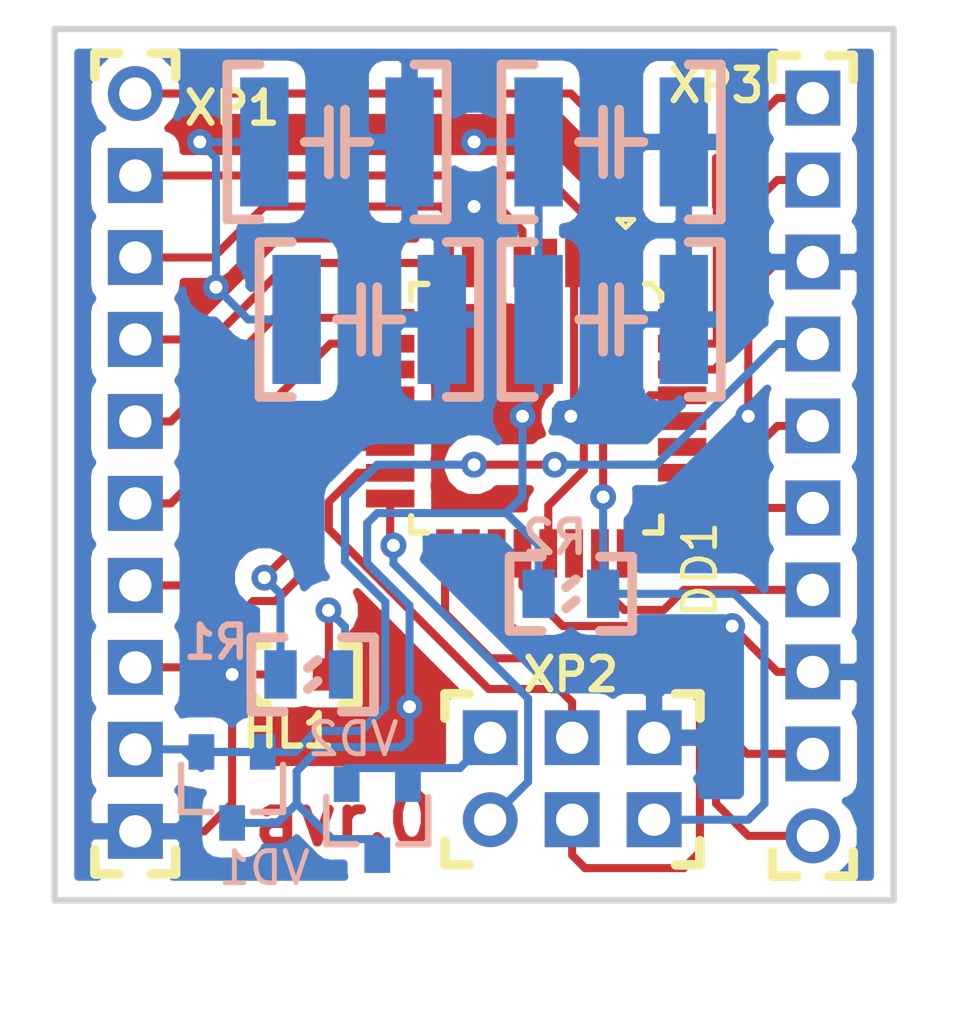
<source format=kicad_pcb>
(kicad_pcb (version 20171130) (host pcbnew "(5.0.0)")

  (general
    (thickness 1.6)
    (drawings 5)
    (tracks 232)
    (zones 0)
    (modules 13)
    (nets 33)
  )

  (page A4)
  (layers
    (0 F.Cu signal)
    (31 B.Cu signal)
    (32 B.Adhes user)
    (33 F.Adhes user)
    (34 B.Paste user)
    (35 F.Paste user)
    (36 B.SilkS user hide)
    (37 F.SilkS user hide)
    (38 B.Mask user)
    (39 F.Mask user)
    (40 Dwgs.User user)
    (41 Cmts.User user)
    (42 Eco1.User user)
    (43 Eco2.User user)
    (44 Edge.Cuts user)
    (45 Margin user)
    (46 B.CrtYd user)
    (47 F.CrtYd user)
    (48 B.Fab user)
    (49 F.Fab user)
  )

  (setup
    (last_trace_width 0.25)
    (trace_clearance 0.2)
    (zone_clearance 0.508)
    (zone_45_only no)
    (trace_min 0.2)
    (segment_width 0.2)
    (edge_width 0.15)
    (via_size 0.8)
    (via_drill 0.4)
    (via_min_size 0.4)
    (via_min_drill 0.3)
    (uvia_size 0.3)
    (uvia_drill 0.1)
    (uvias_allowed no)
    (uvia_min_size 0.2)
    (uvia_min_drill 0.1)
    (pcb_text_width 0.3)
    (pcb_text_size 1.5 1.5)
    (mod_edge_width 0.15)
    (mod_text_size 1 1)
    (mod_text_width 0.15)
    (pad_size 1.7 1.7)
    (pad_drill 1)
    (pad_to_mask_clearance 0.2)
    (aux_axis_origin 0 0)
    (visible_elements 7FFFFFFF)
    (pcbplotparams
      (layerselection 0x010c0_ffffffff)
      (usegerberextensions false)
      (usegerberattributes false)
      (usegerberadvancedattributes false)
      (creategerberjobfile false)
      (excludeedgelayer true)
      (linewidth 0.300000)
      (plotframeref false)
      (viasonmask false)
      (mode 1)
      (useauxorigin false)
      (hpglpennumber 1)
      (hpglpenspeed 20)
      (hpglpendiameter 15.000000)
      (psnegative false)
      (psa4output false)
      (plotreference true)
      (plotvalue true)
      (plotinvisibletext false)
      (padsonsilk false)
      (subtractmaskfromsilk false)
      (outputformat 1)
      (mirror false)
      (drillshape 0)
      (scaleselection 1)
      (outputdirectory "gerber/"))
  )

  (net 0 "")
  (net 1 vcc)
  (net 2 gnd)
  (net 3 pd3)
  (net 4 pd4)
  (net 5 pb6)
  (net 6 pb7)
  (net 7 pd5)
  (net 8 pd6)
  (net 9 pd7)
  (net 10 pb0)
  (net 11 pb1)
  (net 12 pb2)
  (net 13 mosi)
  (net 14 miso)
  (net 15 sck)
  (net 16 avcc)
  (net 17 adc6)
  (net 18 aref)
  (net 19 adc7)
  (net 20 pc0)
  (net 21 pc1)
  (net 22 pc2)
  (net 23 pc3)
  (net 24 pc4)
  (net 25 "Net-(DD1-Pad28)")
  (net 26 res)
  (net 27 rx)
  (net 28 tx)
  (net 29 "Net-(DD1-Pad32)")
  (net 30 "Net-(HL1-Pad1)")
  (net 31 Ucc)
  (net 32 "Net-(VD2-Pad1)")

  (net_class Default "Это класс цепей по умолчанию."
    (clearance 0.2)
    (trace_width 0.25)
    (via_dia 0.8)
    (via_drill 0.4)
    (uvia_dia 0.3)
    (uvia_drill 0.1)
    (add_net "Net-(DD1-Pad28)")
    (add_net "Net-(DD1-Pad32)")
    (add_net "Net-(HL1-Pad1)")
    (add_net "Net-(VD2-Pad1)")
    (add_net Ucc)
    (add_net adc6)
    (add_net adc7)
    (add_net aref)
    (add_net avcc)
    (add_net gnd)
    (add_net miso)
    (add_net mosi)
    (add_net pb0)
    (add_net pb1)
    (add_net pb2)
    (add_net pb6)
    (add_net pb7)
    (add_net pc0)
    (add_net pc1)
    (add_net pc2)
    (add_net pc3)
    (add_net pc4)
    (add_net pd3)
    (add_net pd4)
    (add_net pd5)
    (add_net pd6)
    (add_net pd7)
    (add_net res)
    (add_net rx)
    (add_net sck)
    (add_net tx)
    (add_net vcc)
  )

  (module N_RLC:Конденсатор_SMD_1812 (layer B.Cu) (tedit 5C41FA62) (tstamp 5C41FC29)
    (at 106.5 90)
    (path /5C41EA9F)
    (fp_text reference C1 (at 2.5 -3.5 180) (layer B.SilkS) hide
      (effects (font (size 2 1.6) (thickness 0.3)) (justify mirror))
    )
    (fp_text value Конденсатор_керамический (at 2.55 -3.55) (layer B.Fab) hide
      (effects (font (size 1 1) (thickness 0.15)) (justify mirror))
    )
    (fp_line (start 2 0) (end 1.25 0) (layer B.SilkS) (width 0.3))
    (fp_line (start 2.5 0) (end 3.25 0) (layer B.SilkS) (width 0.3))
    (fp_line (start 2 1) (end 2 -1) (layer B.SilkS) (width 0.3))
    (fp_line (start 2.5 1) (end 2.5 -1) (layer B.SilkS) (width 0.3))
    (fp_line (start 5.65 2.4) (end 4.65 2.4) (layer B.SilkS) (width 0.3))
    (fp_line (start 5.65 2.4) (end 5.65 1.4) (layer B.SilkS) (width 0.3))
    (fp_line (start 5.65 -2.4) (end 4.65 -2.4) (layer B.SilkS) (width 0.3))
    (fp_line (start 5.65 -2.4) (end 5.65 -1.4) (layer B.SilkS) (width 0.3))
    (fp_line (start -1.15 -2.4) (end -0.15 -2.4) (layer B.SilkS) (width 0.3))
    (fp_line (start -1.15 -2.4) (end -1.15 -1.4) (layer B.SilkS) (width 0.3))
    (fp_line (start -1.15 2.4) (end -1.15 1.4) (layer B.SilkS) (width 0.3))
    (fp_line (start -1.15 2.4) (end -0.15 2.4) (layer B.SilkS) (width 0.3))
    (fp_line (start -1.15 1.4) (end -1.15 -1.4) (layer B.SilkS) (width 0.3))
    (fp_line (start 5.65 1.4) (end 5.65 -1.4) (layer B.SilkS) (width 0.3))
    (pad 1 smd rect (at 0 0) (size 1.5 4) (layers B.Cu B.Paste B.Mask)
      (net 1 vcc) (clearance 0.2))
    (pad 2 smd rect (at 4.5 0) (size 1.5 4) (layers B.Cu B.Paste B.Mask)
      (net 2 gnd) (clearance 0.2))
    (model ${N_3D}/Cap_1812.stp
      (offset (xyz 0 -1.778 3.302))
      (scale (xyz 1 1 1))
      (rotate (xyz 90 0 0))
    )
  )

  (module N_RLC:Конденсатор_SMD_1812 (layer B.Cu) (tedit 5C41FA59) (tstamp 5C41FC3D)
    (at 98 90)
    (path /5C41EAFE)
    (fp_text reference C2 (at 2.5 -3.5 180) (layer B.SilkS) hide
      (effects (font (size 2 1.6) (thickness 0.3)) (justify mirror))
    )
    (fp_text value Конденсатор_керамический (at 2.55 -3.55) (layer B.Fab)
      (effects (font (size 1 1) (thickness 0.15)) (justify mirror))
    )
    (fp_line (start 5.65 1.4) (end 5.65 -1.4) (layer B.SilkS) (width 0.3))
    (fp_line (start -1.15 1.4) (end -1.15 -1.4) (layer B.SilkS) (width 0.3))
    (fp_line (start -1.15 2.4) (end -0.15 2.4) (layer B.SilkS) (width 0.3))
    (fp_line (start -1.15 2.4) (end -1.15 1.4) (layer B.SilkS) (width 0.3))
    (fp_line (start -1.15 -2.4) (end -1.15 -1.4) (layer B.SilkS) (width 0.3))
    (fp_line (start -1.15 -2.4) (end -0.15 -2.4) (layer B.SilkS) (width 0.3))
    (fp_line (start 5.65 -2.4) (end 5.65 -1.4) (layer B.SilkS) (width 0.3))
    (fp_line (start 5.65 -2.4) (end 4.65 -2.4) (layer B.SilkS) (width 0.3))
    (fp_line (start 5.65 2.4) (end 5.65 1.4) (layer B.SilkS) (width 0.3))
    (fp_line (start 5.65 2.4) (end 4.65 2.4) (layer B.SilkS) (width 0.3))
    (fp_line (start 2.5 1) (end 2.5 -1) (layer B.SilkS) (width 0.3))
    (fp_line (start 2 1) (end 2 -1) (layer B.SilkS) (width 0.3))
    (fp_line (start 2.5 0) (end 3.25 0) (layer B.SilkS) (width 0.3))
    (fp_line (start 2 0) (end 1.25 0) (layer B.SilkS) (width 0.3))
    (pad 2 smd rect (at 4.5 0) (size 1.5 4) (layers B.Cu B.Paste B.Mask)
      (net 2 gnd) (clearance 0.2))
    (pad 1 smd rect (at 0 0) (size 1.5 4) (layers B.Cu B.Paste B.Mask)
      (net 1 vcc) (clearance 0.2))
    (model ${N_3D}/Cap_1812.stp
      (offset (xyz 0 -1.778 3.302))
      (scale (xyz 1 1 1))
      (rotate (xyz 90 0 0))
    )
  )

  (module N_RLC:Конденсатор_SMD_1812 (layer B.Cu) (tedit 5C41FA6A) (tstamp 5C41FC51)
    (at 99 95.5)
    (path /5C41EB1A)
    (fp_text reference C3 (at 2.5 -3.5 180) (layer B.SilkS) hide
      (effects (font (size 2 1.6) (thickness 0.3)) (justify mirror))
    )
    (fp_text value Конденсатор_керамический (at 2.55 -3.55) (layer B.Fab)
      (effects (font (size 1 1) (thickness 0.15)) (justify mirror))
    )
    (fp_line (start 2 0) (end 1.25 0) (layer B.SilkS) (width 0.3))
    (fp_line (start 2.5 0) (end 3.25 0) (layer B.SilkS) (width 0.3))
    (fp_line (start 2 1) (end 2 -1) (layer B.SilkS) (width 0.3))
    (fp_line (start 2.5 1) (end 2.5 -1) (layer B.SilkS) (width 0.3))
    (fp_line (start 5.65 2.4) (end 4.65 2.4) (layer B.SilkS) (width 0.3))
    (fp_line (start 5.65 2.4) (end 5.65 1.4) (layer B.SilkS) (width 0.3))
    (fp_line (start 5.65 -2.4) (end 4.65 -2.4) (layer B.SilkS) (width 0.3))
    (fp_line (start 5.65 -2.4) (end 5.65 -1.4) (layer B.SilkS) (width 0.3))
    (fp_line (start -1.15 -2.4) (end -0.15 -2.4) (layer B.SilkS) (width 0.3))
    (fp_line (start -1.15 -2.4) (end -1.15 -1.4) (layer B.SilkS) (width 0.3))
    (fp_line (start -1.15 2.4) (end -1.15 1.4) (layer B.SilkS) (width 0.3))
    (fp_line (start -1.15 2.4) (end -0.15 2.4) (layer B.SilkS) (width 0.3))
    (fp_line (start -1.15 1.4) (end -1.15 -1.4) (layer B.SilkS) (width 0.3))
    (fp_line (start 5.65 1.4) (end 5.65 -1.4) (layer B.SilkS) (width 0.3))
    (pad 1 smd rect (at 0 0) (size 1.5 4) (layers B.Cu B.Paste B.Mask)
      (net 1 vcc) (clearance 0.2))
    (pad 2 smd rect (at 4.5 0) (size 1.5 4) (layers B.Cu B.Paste B.Mask)
      (net 2 gnd) (clearance 0.2))
    (model ${N_3D}/Cap_1812.stp
      (offset (xyz 0 -1.778 3.302))
      (scale (xyz 1 1 1))
      (rotate (xyz 90 0 0))
    )
  )

  (module N_RLC:Конденсатор_SMD_1812 (layer B.Cu) (tedit 5C41FA67) (tstamp 5C41FC65)
    (at 106.5 95.5)
    (path /5C41EB52)
    (fp_text reference C4 (at 2.5 -3.5 180) (layer B.SilkS) hide
      (effects (font (size 2 1.6) (thickness 0.3)) (justify mirror))
    )
    (fp_text value Конденсатор_керамический (at 2.55 -3.55) (layer B.Fab)
      (effects (font (size 1 1) (thickness 0.15)) (justify mirror))
    )
    (fp_line (start 5.65 1.4) (end 5.65 -1.4) (layer B.SilkS) (width 0.3))
    (fp_line (start -1.15 1.4) (end -1.15 -1.4) (layer B.SilkS) (width 0.3))
    (fp_line (start -1.15 2.4) (end -0.15 2.4) (layer B.SilkS) (width 0.3))
    (fp_line (start -1.15 2.4) (end -1.15 1.4) (layer B.SilkS) (width 0.3))
    (fp_line (start -1.15 -2.4) (end -1.15 -1.4) (layer B.SilkS) (width 0.3))
    (fp_line (start -1.15 -2.4) (end -0.15 -2.4) (layer B.SilkS) (width 0.3))
    (fp_line (start 5.65 -2.4) (end 5.65 -1.4) (layer B.SilkS) (width 0.3))
    (fp_line (start 5.65 -2.4) (end 4.65 -2.4) (layer B.SilkS) (width 0.3))
    (fp_line (start 5.65 2.4) (end 5.65 1.4) (layer B.SilkS) (width 0.3))
    (fp_line (start 5.65 2.4) (end 4.65 2.4) (layer B.SilkS) (width 0.3))
    (fp_line (start 2.5 1) (end 2.5 -1) (layer B.SilkS) (width 0.3))
    (fp_line (start 2 1) (end 2 -1) (layer B.SilkS) (width 0.3))
    (fp_line (start 2.5 0) (end 3.25 0) (layer B.SilkS) (width 0.3))
    (fp_line (start 2 0) (end 1.25 0) (layer B.SilkS) (width 0.3))
    (pad 2 smd rect (at 4.5 0) (size 1.5 4) (layers B.Cu B.Paste B.Mask)
      (net 2 gnd) (clearance 0.2))
    (pad 1 smd rect (at 0 0) (size 1.5 4) (layers B.Cu B.Paste B.Mask)
      (net 1 vcc) (clearance 0.2))
    (model ${N_3D}/Cap_1812.stp
      (offset (xyz 0 -1.778 3.302))
      (scale (xyz 1 1 1))
      (rotate (xyz 90 0 0))
    )
  )

  (module N_DD:микросхема_ATMEGA-8-161AU (layer F.Cu) (tedit 5C293411) (tstamp 5C41FC95)
    (at 109.2 94 270)
    (path /5C41EA57)
    (fp_text reference DD1 (at 9.25 -2.3 90) (layer F.SilkS)
      (effects (font (size 1 1) (thickness 0.15)))
    )
    (fp_text value ATmega8A-AU (at 4.17 8.72 270) (layer F.Fab)
      (effects (font (size 1 1) (thickness 0.15)))
    )
    (fp_line (start 0.4 -0.8) (end 0.7 -1.1) (layer F.SilkS) (width 0.2))
    (fp_line (start 0.4 6.65) (end 0.9 6.65) (layer F.SilkS) (width 0.2))
    (fp_line (start 0.4 6.65) (end 0.4 6.15) (layer F.SilkS) (width 0.2))
    (fp_line (start 8.1 6.65) (end 7.6 6.65) (layer F.SilkS) (width 0.2))
    (fp_line (start 8.1 6.65) (end 8.1 6.15) (layer F.SilkS) (width 0.2))
    (fp_line (start 8.1 -1.1) (end 8.1 -0.6) (layer F.SilkS) (width 0.2))
    (fp_line (start 8.1 -1.1) (end 7.6 -1.1) (layer F.SilkS) (width 0.2))
    (fp_line (start 0.4 -0.8) (end 0.4 -0.6) (layer F.SilkS) (width 0.2))
    (fp_line (start 0.7 -1.1) (end 0.9 -1.1) (layer F.SilkS) (width 0.2))
    (fp_line (start -1.35 0) (end -1.6 0.25) (layer F.SilkS) (width 0.15))
    (fp_line (start -1.6 0.25) (end -1.6 -0.25) (layer F.SilkS) (width 0.15))
    (fp_line (start -1.6 -0.25) (end -1.35 0) (layer F.SilkS) (width 0.15))
    (pad 1 smd rect (at -0.25 0 270) (size 1.5 0.55) (layers F.Cu F.Paste F.Mask)
      (net 3 pd3))
    (pad 2 smd rect (at -0.25 0.8 270) (size 1.5 0.55) (layers F.Cu F.Paste F.Mask)
      (net 4 pd4))
    (pad 3 smd rect (at -0.25 1.6 270) (size 1.5 0.55) (layers F.Cu F.Paste F.Mask)
      (net 2 gnd))
    (pad 4 smd rect (at -0.25 2.4 270) (size 1.5 0.55) (layers F.Cu F.Paste F.Mask)
      (net 1 vcc))
    (pad 5 smd rect (at -0.25 3.2 270) (size 1.5 0.55) (layers F.Cu F.Paste F.Mask)
      (net 2 gnd))
    (pad 6 smd rect (at -0.25 4 270) (size 1.5 0.55) (layers F.Cu F.Paste F.Mask)
      (net 1 vcc))
    (pad 7 smd rect (at -0.25 4.8 270) (size 1.5 0.55) (layers F.Cu F.Paste F.Mask)
      (net 5 pb6))
    (pad 8 smd rect (at -0.25 5.6 270) (size 1.5 0.55) (layers F.Cu F.Paste F.Mask)
      (net 6 pb7))
    (pad 9 smd rect (at 1.45 7.3) (size 1.5 0.55) (layers F.Cu F.Paste F.Mask)
      (net 7 pd5))
    (pad 10 smd rect (at 2.25 7.3) (size 1.5 0.55) (layers F.Cu F.Paste F.Mask)
      (net 8 pd6))
    (pad 11 smd rect (at 3.05 7.3) (size 1.5 0.55) (layers F.Cu F.Paste F.Mask)
      (net 9 pd7))
    (pad 12 smd rect (at 3.85 7.3) (size 1.5 0.55) (layers F.Cu F.Paste F.Mask)
      (net 10 pb0))
    (pad 13 smd rect (at 4.65 7.3) (size 1.5 0.55) (layers F.Cu F.Paste F.Mask)
      (net 11 pb1))
    (pad 14 smd rect (at 5.45 7.3) (size 1.5 0.55) (layers F.Cu F.Paste F.Mask)
      (net 12 pb2))
    (pad 15 smd rect (at 6.25 7.3) (size 1.5 0.55) (layers F.Cu F.Paste F.Mask)
      (net 13 mosi))
    (pad 16 smd rect (at 7.05 7.3) (size 1.5 0.55) (layers F.Cu F.Paste F.Mask)
      (net 14 miso))
    (pad 17 smd rect (at 8.75 5.6 270) (size 1.5 0.55) (layers F.Cu F.Paste F.Mask)
      (net 15 sck))
    (pad 18 smd rect (at 8.75 4.8 270) (size 1.5 0.55) (layers F.Cu F.Paste F.Mask)
      (net 16 avcc))
    (pad 19 smd rect (at 8.75 4 270) (size 1.5 0.55) (layers F.Cu F.Paste F.Mask)
      (net 17 adc6))
    (pad 20 smd rect (at 8.75 3.2 270) (size 1.5 0.55) (layers F.Cu F.Paste F.Mask)
      (net 18 aref))
    (pad 21 smd rect (at 8.75 2.4 270) (size 1.5 0.55) (layers F.Cu F.Paste F.Mask)
      (net 2 gnd))
    (pad 22 smd rect (at 8.75 1.6 270) (size 1.5 0.55) (layers F.Cu F.Paste F.Mask)
      (net 19 adc7))
    (pad 23 smd rect (at 8.75 0.8 270) (size 1.5 0.55) (layers F.Cu F.Paste F.Mask)
      (net 20 pc0))
    (pad 24 smd rect (at 8.75 0 270) (size 1.5 0.55) (layers F.Cu F.Paste F.Mask)
      (net 21 pc1))
    (pad 25 smd rect (at 7.05 -1.75) (size 1.5 0.55) (layers F.Cu F.Paste F.Mask)
      (net 22 pc2))
    (pad 26 smd rect (at 6.25 -1.75) (size 1.5 0.55) (layers F.Cu F.Paste F.Mask)
      (net 23 pc3))
    (pad 27 smd rect (at 5.45 -1.75) (size 1.5 0.55) (layers F.Cu F.Paste F.Mask)
      (net 24 pc4))
    (pad 28 smd rect (at 4.65 -1.75) (size 1.5 0.55) (layers F.Cu F.Paste F.Mask)
      (net 25 "Net-(DD1-Pad28)"))
    (pad 29 smd rect (at 3.85 -1.75) (size 1.5 0.55) (layers F.Cu F.Paste F.Mask)
      (net 26 res))
    (pad 30 smd rect (at 3.05 -1.75) (size 1.5 0.55) (layers F.Cu F.Paste F.Mask)
      (net 27 rx))
    (pad 31 smd rect (at 2.25 -1.75) (size 1.5 0.55) (layers F.Cu F.Paste F.Mask)
      (net 28 tx))
    (pad 32 smd rect (at 1.45 -1.75) (size 1.5 0.55) (layers F.Cu F.Paste F.Mask)
      (net 29 "Net-(DD1-Pad32)"))
    (model "${N_3D}/atmega8 (tqfp32)_V2008.step"
      (offset (xyz 3.1 -1.6 0.5))
      (scale (xyz 1 1 1))
      (rotate (xyz -90 0 0))
    )
  )

  (module N_VD_HL:Светодиод_SMD_0603 (layer F.Cu) (tedit 5C2951B7) (tstamp 5C41FCA2)
    (at 100 106.5 180)
    (path /5C41FE02)
    (fp_text reference HL1 (at 1.25 -1.75 180) (layer F.SilkS)
      (effects (font (size 1 1) (thickness 0.2)))
    )
    (fp_text value Светодиод (at 0.1524 2.5146 180) (layer F.Fab)
      (effects (font (size 1 1) (thickness 0.15)))
    )
    (fp_line (start -0.9 -0.9) (end -0.9 0.9) (layer F.SilkS) (width 0.3))
    (fp_line (start -0.9 -0.9) (end -0.4 -0.9) (layer F.SilkS) (width 0.3))
    (fp_line (start -0.9 0.9) (end -0.4 0.9) (layer F.SilkS) (width 0.3))
    (fp_line (start 2.4 0.9) (end 1.9 0.9) (layer F.SilkS) (width 0.3))
    (fp_line (start 2.4 0.9) (end 2.4 -0.6) (layer F.SilkS) (width 0.3))
    (fp_line (start 1.9 -0.9) (end 2.1 -0.9) (layer F.SilkS) (width 0.3))
    (fp_line (start 2.1 -0.9) (end 2.4 -0.6) (layer F.SilkS) (width 0.3))
    (pad 1 smd rect (at 0 0 180) (size 1 1) (layers F.Cu F.Paste F.Mask)
      (net 30 "Net-(HL1-Pad1)") (clearance 0.2))
    (pad 2 smd rect (at 1.5 0 180) (size 1 1) (layers F.Cu F.Paste F.Mask)
      (net 2 gnd) (clearance 0.2))
    (model ${N_3D}/LED_0603.step
      (offset (xyz 0.75 0 0))
      (scale (xyz 1 1 1))
      (rotate (xyz 0 0 0))
    )
  )

  (module N_RLC:Резистор_SMD_0805_0,125Вт (layer B.Cu) (tedit 5C2951A1) (tstamp 5C41FCB2)
    (at 98.5 106.5)
    (path /5C41FD2B)
    (fp_text reference R1 (at -2 -1) (layer B.SilkS)
      (effects (font (size 1 1) (thickness 0.2)) (justify mirror))
    )
    (fp_text value Резистор_0,125Вт (at 1.29 -2.09) (layer B.Fab) hide
      (effects (font (size 2 1.6) (thickness 0.3)) (justify mirror))
    )
    (fp_line (start -0.6 -1.15) (end -0.1 -1.15) (layer B.SilkS) (width 0.3))
    (fp_line (start 2.5 -1.15) (end 2 -1.15) (layer B.SilkS) (width 0.3))
    (fp_line (start -0.9 1.15) (end 0.1 1.15) (layer B.SilkS) (width 0.3))
    (fp_line (start 2.9 1.15) (end 1.9 1.15) (layer B.SilkS) (width 0.3))
    (fp_line (start 2.9 -1.15) (end 1.9 -1.15) (layer B.SilkS) (width 0.3))
    (fp_line (start -0.9 -1.15) (end 0.1 -1.15) (layer B.SilkS) (width 0.3))
    (fp_line (start 2.9 1.15) (end 2.9 -1.15) (layer B.SilkS) (width 0.3))
    (fp_line (start -0.9 -1.15) (end -0.9 1.15) (layer B.SilkS) (width 0.3))
    (fp_line (start 0.85 0.45) (end 1.15 0.2) (layer B.SilkS) (width 0.3))
    (fp_line (start 0.85 -0.2) (end 1.15 -0.45) (layer B.SilkS) (width 0.3))
    (pad 2 smd rect (at 2 0) (size 1 1.5) (layers B.Cu B.Paste B.Mask)
      (net 30 "Net-(HL1-Pad1)") (clearance 0.2))
    (pad 1 smd rect (at 0 0) (size 1 1.5) (layers B.Cu B.Paste B.Mask)
      (net 11 pb1) (clearance 0.2))
    (model ${N_3D}/Res_0805.stp
      (offset (xyz 0.05 0.61 0))
      (scale (xyz 1 1 1))
      (rotate (xyz 0 0 90))
    )
  )

  (module N_RLC:Резистор_SMD_0805_0,125Вт (layer B.Cu) (tedit 5C2951A1) (tstamp 5C41FCC2)
    (at 108.5 104 180)
    (path /5C420C8D)
    (fp_text reference R2 (at 1.5 1.75 180) (layer B.SilkS)
      (effects (font (size 1 1) (thickness 0.2)) (justify mirror))
    )
    (fp_text value Резистор_0,125Вт (at 1.29 -2.09 180) (layer B.Fab) hide
      (effects (font (size 2 1.6) (thickness 0.3)) (justify mirror))
    )
    (fp_line (start 0.85 -0.2) (end 1.15 -0.45) (layer B.SilkS) (width 0.3))
    (fp_line (start 0.85 0.45) (end 1.15 0.2) (layer B.SilkS) (width 0.3))
    (fp_line (start -0.9 -1.15) (end -0.9 1.15) (layer B.SilkS) (width 0.3))
    (fp_line (start 2.9 1.15) (end 2.9 -1.15) (layer B.SilkS) (width 0.3))
    (fp_line (start -0.9 -1.15) (end 0.1 -1.15) (layer B.SilkS) (width 0.3))
    (fp_line (start 2.9 -1.15) (end 1.9 -1.15) (layer B.SilkS) (width 0.3))
    (fp_line (start 2.9 1.15) (end 1.9 1.15) (layer B.SilkS) (width 0.3))
    (fp_line (start -0.9 1.15) (end 0.1 1.15) (layer B.SilkS) (width 0.3))
    (fp_line (start 2.5 -1.15) (end 2 -1.15) (layer B.SilkS) (width 0.3))
    (fp_line (start -0.6 -1.15) (end -0.1 -1.15) (layer B.SilkS) (width 0.3))
    (pad 1 smd rect (at 0 0 180) (size 1 1.5) (layers B.Cu B.Paste B.Mask)
      (net 26 res) (clearance 0.2))
    (pad 2 smd rect (at 2 0 180) (size 1 1.5) (layers B.Cu B.Paste B.Mask)
      (net 1 vcc) (clearance 0.2))
    (model ${N_3D}/Res_0805.stp
      (offset (xyz 0.05 0.61 0))
      (scale (xyz 1 1 1))
      (rotate (xyz 0 0 90))
    )
  )

  (module N_VD_HL:Диод_BAR43CFILM_SOT-23 (layer B.Cu) (tedit 5C1D6121) (tstamp 5C41FCE2)
    (at 97 110 270)
    (descr "SOT-23, Single Diode")
    (tags SOT-23)
    (path /5C41F09C)
    (attr smd)
    (fp_text reference VD1 (at 2.5 -1 180) (layer B.SilkS)
      (effects (font (size 1 1) (thickness 0.15)) (justify mirror))
    )
    (fp_text value Диод_шоттки (at 0 -2.5 270) (layer B.Fab)
      (effects (font (size 1 1) (thickness 0.15)) (justify mirror))
    )
    (fp_text user %R (at 0 2.5 270) (layer B.Fab)
      (effects (font (size 1 1) (thickness 0.15)) (justify mirror))
    )
    (fp_line (start -0.15 0.45) (end -0.4 0.45) (layer B.Fab) (width 0.1))
    (fp_line (start -0.15 0.25) (end 0.15 0.45) (layer B.Fab) (width 0.1))
    (fp_line (start -0.15 0.65) (end -0.15 0.25) (layer B.Fab) (width 0.1))
    (fp_line (start 0.15 0.45) (end -0.15 0.65) (layer B.Fab) (width 0.1))
    (fp_line (start 0.15 0.45) (end 0.4 0.45) (layer B.Fab) (width 0.1))
    (fp_line (start 0.15 0.65) (end 0.15 0.25) (layer B.Fab) (width 0.1))
    (fp_line (start 0.76 -1.58) (end 0.76 -0.65) (layer B.SilkS) (width 0.2))
    (fp_line (start 0.76 1.58) (end 0.76 0.65) (layer B.SilkS) (width 0.2))
    (fp_line (start 0.7 1.52) (end 0.7 -1.52) (layer B.Fab) (width 0.1))
    (fp_line (start -0.7 -1.52) (end 0.7 -1.52) (layer B.Fab) (width 0.1))
    (fp_line (start -1.7 1.75) (end 1.7 1.75) (layer B.CrtYd) (width 0.05))
    (fp_line (start 1.7 1.75) (end 1.7 -1.75) (layer B.CrtYd) (width 0.05))
    (fp_line (start 1.7 -1.75) (end -1.7 -1.75) (layer B.CrtYd) (width 0.05))
    (fp_line (start -1.7 -1.75) (end -1.7 1.75) (layer B.CrtYd) (width 0.05))
    (fp_line (start -0.7 1.52) (end 0.7 1.52) (layer B.Fab) (width 0.1))
    (fp_line (start -0.7 1.52) (end -0.7 -1.52) (layer B.Fab) (width 0.1))
    (fp_line (start 0.76 -1.58) (end -0.7 -1.58) (layer B.SilkS) (width 0.2))
    (fp_line (start -0.15 -0.65) (end 0.15 -0.45) (layer B.Fab) (width 0.1))
    (fp_line (start -0.15 -0.45) (end -0.4 -0.45) (layer B.Fab) (width 0.1))
    (fp_line (start -0.15 -0.25) (end -0.15 -0.65) (layer B.Fab) (width 0.1))
    (fp_line (start 0.15 -0.45) (end 0.4 -0.45) (layer B.Fab) (width 0.1))
    (fp_line (start 0.15 -0.45) (end -0.15 -0.25) (layer B.Fab) (width 0.1))
    (fp_line (start 0.15 -0.25) (end 0.15 -0.65) (layer B.Fab) (width 0.1))
    (fp_line (start 0.76 1.58) (end -0.7 1.58) (layer B.SilkS) (width 0.2))
    (pad 1 smd rect (at -1.1 0.95 270) (size 1.1 0.8) (layers B.Cu B.Paste B.Mask)
      (net 31 Ucc))
    (pad 1 smd rect (at -1.1 -0.95 270) (size 1.1 0.8) (layers B.Cu B.Paste B.Mask)
      (net 31 Ucc))
    (pad 2 smd rect (at 1.1 0 270) (size 1.1 0.8) (layers B.Cu B.Paste B.Mask)
      (net 1 vcc))
    (model ${N_3D}/SOT-23.step
      (offset (xyz 0 0 0.57))
      (scale (xyz 1 1 1))
      (rotate (xyz -90 0 -90))
    )
  )

  (module N_VD_HL:Диод_BAR43CFILM_SOT-23 (layer B.Cu) (tedit 5C1D6121) (tstamp 5C41FD02)
    (at 101.5 111 270)
    (descr "SOT-23, Single Diode")
    (tags SOT-23)
    (path /5C420D66)
    (attr smd)
    (fp_text reference VD2 (at -2.5 0.75) (layer B.SilkS)
      (effects (font (size 1 1) (thickness 0.15)) (justify mirror))
    )
    (fp_text value Диод_шоттки (at 0 -2.5 270) (layer B.Fab)
      (effects (font (size 1 1) (thickness 0.15)) (justify mirror))
    )
    (fp_line (start 0.76 1.58) (end -0.7 1.58) (layer B.SilkS) (width 0.2))
    (fp_line (start 0.15 -0.25) (end 0.15 -0.65) (layer B.Fab) (width 0.1))
    (fp_line (start 0.15 -0.45) (end -0.15 -0.25) (layer B.Fab) (width 0.1))
    (fp_line (start 0.15 -0.45) (end 0.4 -0.45) (layer B.Fab) (width 0.1))
    (fp_line (start -0.15 -0.25) (end -0.15 -0.65) (layer B.Fab) (width 0.1))
    (fp_line (start -0.15 -0.45) (end -0.4 -0.45) (layer B.Fab) (width 0.1))
    (fp_line (start -0.15 -0.65) (end 0.15 -0.45) (layer B.Fab) (width 0.1))
    (fp_line (start 0.76 -1.58) (end -0.7 -1.58) (layer B.SilkS) (width 0.2))
    (fp_line (start -0.7 1.52) (end -0.7 -1.52) (layer B.Fab) (width 0.1))
    (fp_line (start -0.7 1.52) (end 0.7 1.52) (layer B.Fab) (width 0.1))
    (fp_line (start -1.7 -1.75) (end -1.7 1.75) (layer B.CrtYd) (width 0.05))
    (fp_line (start 1.7 -1.75) (end -1.7 -1.75) (layer B.CrtYd) (width 0.05))
    (fp_line (start 1.7 1.75) (end 1.7 -1.75) (layer B.CrtYd) (width 0.05))
    (fp_line (start -1.7 1.75) (end 1.7 1.75) (layer B.CrtYd) (width 0.05))
    (fp_line (start -0.7 -1.52) (end 0.7 -1.52) (layer B.Fab) (width 0.1))
    (fp_line (start 0.7 1.52) (end 0.7 -1.52) (layer B.Fab) (width 0.1))
    (fp_line (start 0.76 1.58) (end 0.76 0.65) (layer B.SilkS) (width 0.2))
    (fp_line (start 0.76 -1.58) (end 0.76 -0.65) (layer B.SilkS) (width 0.2))
    (fp_line (start 0.15 0.65) (end 0.15 0.25) (layer B.Fab) (width 0.1))
    (fp_line (start 0.15 0.45) (end 0.4 0.45) (layer B.Fab) (width 0.1))
    (fp_line (start 0.15 0.45) (end -0.15 0.65) (layer B.Fab) (width 0.1))
    (fp_line (start -0.15 0.65) (end -0.15 0.25) (layer B.Fab) (width 0.1))
    (fp_line (start -0.15 0.25) (end 0.15 0.45) (layer B.Fab) (width 0.1))
    (fp_line (start -0.15 0.45) (end -0.4 0.45) (layer B.Fab) (width 0.1))
    (fp_text user %R (at 0 2.5 270) (layer B.Fab)
      (effects (font (size 1 1) (thickness 0.15)) (justify mirror))
    )
    (pad 2 smd rect (at 1.1 0 270) (size 1.1 0.8) (layers B.Cu B.Paste B.Mask)
      (net 1 vcc))
    (pad 1 smd rect (at -1.1 -0.95 270) (size 1.1 0.8) (layers B.Cu B.Paste B.Mask)
      (net 32 "Net-(VD2-Pad1)"))
    (pad 1 smd rect (at -1.1 0.95 270) (size 1.1 0.8) (layers B.Cu B.Paste B.Mask)
      (net 32 "Net-(VD2-Pad1)"))
    (model ${N_3D}/SOT-23.step
      (offset (xyz 0 0 0.57))
      (scale (xyz 1 1 1))
      (rotate (xyz -90 0 -90))
    )
  )

  (module N_X:Вилка_PLS10_вертикальная (layer F.Cu) (tedit 5C32321D) (tstamp 5C41FD18)
    (at 94 88.5 270)
    (path /5C422488)
    (fp_text reference XP1 (at 0.45 -3) (layer F.SilkS)
      (effects (font (size 1 1) (thickness 0.2)))
    )
    (fp_text value Вилка_PLS10 (at 10.16 2.5 270) (layer F.Fab)
      (effects (font (size 1 1) (thickness 0.15)))
    )
    (fp_line (start -1.25 -1.25) (end -0.5 -1.25) (layer F.SilkS) (width 0.3))
    (fp_line (start -1.25 -1.25) (end -1.25 -0.5) (layer F.SilkS) (width 0.3))
    (fp_line (start -1.25 0.5) (end -1.25 1.25) (layer F.SilkS) (width 0.3))
    (fp_line (start -1.25 1.25) (end -0.5 1.25) (layer F.SilkS) (width 0.3))
    (fp_line (start 23.43 -1.25) (end 24.18 -1.25) (layer F.SilkS) (width 0.3))
    (fp_line (start 24.18 0.5) (end 24.18 1.25) (layer F.SilkS) (width 0.3))
    (fp_line (start 24.18 1.25) (end 23.43 1.25) (layer F.SilkS) (width 0.3))
    (fp_line (start 24.18 -1.25) (end 24.18 -0.5) (layer F.SilkS) (width 0.3))
    (pad 1 thru_hole circle (at 0 0 270) (size 1.7 1.7) (drill 1) (layers *.Cu *.Mask)
      (net 3 pd3))
    (pad 2 thru_hole rect (at 2.54 0 270) (size 1.7 1.7) (drill 1) (layers *.Cu *.Mask)
      (net 4 pd4))
    (pad 3 thru_hole rect (at 5.08 0 270) (size 1.7 1.7) (drill 1) (layers *.Cu *.Mask)
      (net 5 pb6))
    (pad 4 thru_hole rect (at 7.62 0 270) (size 1.7 1.7) (drill 1) (layers *.Cu *.Mask)
      (net 6 pb7))
    (pad 5 thru_hole rect (at 10.16 0 270) (size 1.7 1.7) (drill 1) (layers *.Cu *.Mask)
      (net 7 pd5))
    (pad 6 thru_hole rect (at 12.7 0 270) (size 1.7 1.7) (drill 1) (layers *.Cu *.Mask)
      (net 8 pd6))
    (pad 7 thru_hole rect (at 15.24 0 270) (size 1.7 1.7) (drill 1) (layers *.Cu *.Mask)
      (net 10 pb0))
    (pad 8 thru_hole rect (at 17.78 0 270) (size 1.7 1.7) (drill 1) (layers *.Cu *.Mask)
      (net 12 pb2))
    (pad 9 thru_hole rect (at 20.32 0 270) (size 1.7 1.7) (drill 1) (layers *.Cu *.Mask)
      (net 31 Ucc))
    (pad 10 thru_hole rect (at 22.86 0 270) (size 1.7 1.7) (drill 1) (layers *.Cu *.Mask)
      (net 2 gnd))
    (model ${N_3D}/single_pls1.stp
      (offset (xyz -1.25 -1.25 0))
      (scale (xyz 1 1 1))
      (rotate (xyz -90 0 0))
    )
    (model ${N_3D}/single_pls1.stp
      (offset (xyz 1.29 -1.25 0))
      (scale (xyz 1 1 1))
      (rotate (xyz -90 0 0))
    )
    (model ${N_3D}/single_pls1.stp
      (offset (xyz 3.83 -1.25 0))
      (scale (xyz 1 1 1))
      (rotate (xyz -90 0 0))
    )
    (model ${N_3D}/single_pls1.stp
      (offset (xyz 6.37 -1.25 0))
      (scale (xyz 1 1 1))
      (rotate (xyz -90 0 0))
    )
    (model ${N_3D}/single_pls1.stp
      (offset (xyz 8.91 -1.25 0))
      (scale (xyz 1 1 1))
      (rotate (xyz -90 0 0))
    )
    (model ${N_3D}/single_pls1.stp
      (offset (xyz 11.45 -1.25 0))
      (scale (xyz 1 1 1))
      (rotate (xyz -90 0 0))
    )
    (model ${N_3D}/single_pls1.stp
      (offset (xyz 13.99 -1.25 0))
      (scale (xyz 1 1 1))
      (rotate (xyz -90 0 0))
    )
    (model ${N_3D}/single_pls1.stp
      (offset (xyz 16.53 -1.25 0))
      (scale (xyz 1 1 1))
      (rotate (xyz -90 0 0))
    )
    (model ${N_3D}/single_pls1.stp
      (offset (xyz 19.07 -1.25 0))
      (scale (xyz 1 1 1))
      (rotate (xyz -90 0 0))
    )
    (model ${N_3D}/single_pls1.stp
      (offset (xyz 21.61 -1.25 0))
      (scale (xyz 1 1 1))
      (rotate (xyz -90 0 0))
    )
  )

  (module N_X:Вилка_PLD6_вертикальная (layer F.Cu) (tedit 5C41F1CB) (tstamp 5C41FD2A)
    (at 105 111)
    (path /5C41F78A)
    (fp_text reference XP2 (at 2.5 -4.5) (layer F.SilkS)
      (effects (font (size 1 1) (thickness 0.2)))
    )
    (fp_text value Вилка_PLD6_ПРОГ (at 3 5.5) (layer F.Fab)
      (effects (font (size 1 1) (thickness 0.15)))
    )
    (fp_line (start -1.4 0.65) (end -1.4 1.4) (layer F.SilkS) (width 0.3))
    (fp_line (start 6.5 -3.15) (end 6.5 -3.9) (layer F.SilkS) (width 0.3))
    (fp_line (start 6.5 0.65) (end 6.5 1.4) (layer F.SilkS) (width 0.3))
    (fp_line (start -1.4 -3.9) (end -0.65 -3.9) (layer F.SilkS) (width 0.3))
    (fp_line (start -1.4 -3.9) (end -1.4 -3.15) (layer F.SilkS) (width 0.3))
    (fp_line (start -1.4 1.4) (end -0.65 1.4) (layer F.SilkS) (width 0.3))
    (fp_line (start 6.5 1.4) (end 5.75 1.4) (layer F.SilkS) (width 0.3))
    (fp_line (start 6.5 -3.9) (end 5.75 -3.9) (layer F.SilkS) (width 0.3))
    (pad 1 thru_hole circle (at 0 0) (size 1.7 1.7) (drill 1) (layers *.Cu *.Mask)
      (net 14 miso))
    (pad 3 thru_hole rect (at 2.54 0) (size 1.7 1.7) (drill 1) (layers *.Cu *.Mask)
      (net 15 sck))
    (pad 5 thru_hole rect (at 5.08 0) (size 1.7 1.7) (drill 1) (layers *.Cu *.Mask)
      (net 26 res))
    (pad 2 thru_hole rect (at 0 -2.54) (size 1.7 1.7) (drill 1) (layers *.Cu *.Mask)
      (net 32 "Net-(VD2-Pad1)"))
    (pad 4 thru_hole rect (at 2.54 -2.54) (size 1.7 1.7) (drill 1) (layers *.Cu *.Mask)
      (net 13 mosi))
    (pad 6 thru_hole rect (at 5.08 -2.54) (size 1.7 1.7) (drill 1) (layers *.Cu *.Mask)
      (net 2 gnd))
    (model ${N_3D}/PLD-6.STEP
      (offset (xyz 3.8 1.2 0))
      (scale (xyz 1 1 1))
      (rotate (xyz 90 180 90))
    )
  )

  (module N_X:Вилка_PLS10_вертикальная (layer F.Cu) (tedit 5C32321D) (tstamp 5C41FD40)
    (at 115 111.5 90)
    (path /5C422A62)
    (fp_text reference XP3 (at 23.25 -3 180) (layer F.SilkS)
      (effects (font (size 1 1) (thickness 0.2)))
    )
    (fp_text value Вилка_PLS10 (at 10.16 2.5 90) (layer F.Fab)
      (effects (font (size 1 1) (thickness 0.15)))
    )
    (fp_line (start 24.18 -1.25) (end 24.18 -0.5) (layer F.SilkS) (width 0.3))
    (fp_line (start 24.18 1.25) (end 23.43 1.25) (layer F.SilkS) (width 0.3))
    (fp_line (start 24.18 0.5) (end 24.18 1.25) (layer F.SilkS) (width 0.3))
    (fp_line (start 23.43 -1.25) (end 24.18 -1.25) (layer F.SilkS) (width 0.3))
    (fp_line (start -1.25 1.25) (end -0.5 1.25) (layer F.SilkS) (width 0.3))
    (fp_line (start -1.25 0.5) (end -1.25 1.25) (layer F.SilkS) (width 0.3))
    (fp_line (start -1.25 -1.25) (end -1.25 -0.5) (layer F.SilkS) (width 0.3))
    (fp_line (start -1.25 -1.25) (end -0.5 -1.25) (layer F.SilkS) (width 0.3))
    (pad 10 thru_hole rect (at 22.86 0 90) (size 1.7 1.7) (drill 1) (layers *.Cu *.Mask)
      (net 28 tx))
    (pad 9 thru_hole rect (at 20.32 0 90) (size 1.7 1.7) (drill 1) (layers *.Cu *.Mask)
      (net 27 rx))
    (pad 8 thru_hole rect (at 17.78 0 90) (size 1.7 1.7) (drill 1) (layers *.Cu *.Mask)
      (net 2 gnd))
    (pad 7 thru_hole rect (at 15.24 0 90) (size 1.7 1.7) (drill 1) (layers *.Cu *.Mask)
      (net 31 Ucc))
    (pad 6 thru_hole rect (at 12.7 0 90) (size 1.7 1.7) (drill 1) (layers *.Cu *.Mask)
      (net 22 pc2))
    (pad 5 thru_hole rect (at 10.16 0 90) (size 1.7 1.7) (drill 1) (layers *.Cu *.Mask)
      (net 21 pc1))
    (pad 4 thru_hole rect (at 7.62 0 90) (size 1.7 1.7) (drill 1) (layers *.Cu *.Mask)
      (net 20 pc0))
    (pad 3 thru_hole rect (at 5.08 0 90) (size 1.7 1.7) (drill 1) (layers *.Cu *.Mask)
      (net 2 gnd))
    (pad 2 thru_hole rect (at 2.54 0 90) (size 1.7 1.7) (drill 1) (layers *.Cu *.Mask)
      (net 18 aref))
    (pad 1 thru_hole circle (at 0 0 90) (size 1.7 1.7) (drill 1) (layers *.Cu *.Mask)
      (net 16 avcc))
    (model ${N_3D}/single_pls1.stp
      (offset (xyz -1.25 -1.25 0))
      (scale (xyz 1 1 1))
      (rotate (xyz -90 0 0))
    )
    (model ${N_3D}/single_pls1.stp
      (offset (xyz 1.29 -1.25 0))
      (scale (xyz 1 1 1))
      (rotate (xyz -90 0 0))
    )
    (model ${N_3D}/single_pls1.stp
      (offset (xyz 3.83 -1.25 0))
      (scale (xyz 1 1 1))
      (rotate (xyz -90 0 0))
    )
    (model ${N_3D}/single_pls1.stp
      (offset (xyz 6.37 -1.25 0))
      (scale (xyz 1 1 1))
      (rotate (xyz -90 0 0))
    )
    (model ${N_3D}/single_pls1.stp
      (offset (xyz 8.91 -1.25 0))
      (scale (xyz 1 1 1))
      (rotate (xyz -90 0 0))
    )
    (model ${N_3D}/single_pls1.stp
      (offset (xyz 11.45 -1.25 0))
      (scale (xyz 1 1 1))
      (rotate (xyz -90 0 0))
    )
    (model ${N_3D}/single_pls1.stp
      (offset (xyz 13.99 -1.25 0))
      (scale (xyz 1 1 1))
      (rotate (xyz -90 0 0))
    )
    (model ${N_3D}/single_pls1.stp
      (offset (xyz 16.53 -1.25 0))
      (scale (xyz 1 1 1))
      (rotate (xyz -90 0 0))
    )
    (model ${N_3D}/single_pls1.stp
      (offset (xyz 19.07 -1.25 0))
      (scale (xyz 1 1 1))
      (rotate (xyz -90 0 0))
    )
    (model ${N_3D}/single_pls1.stp
      (offset (xyz 21.61 -1.25 0))
      (scale (xyz 1 1 1))
      (rotate (xyz -90 0 0))
    )
  )

  (gr_text avr.0 (at 100.5 111) (layer F.Cu)
    (effects (font (size 1.5 1.5) (thickness 0.3)))
  )
  (gr_line (start 91.5 113.5) (end 91.5 86.5) (layer Edge.Cuts) (width 0.2))
  (gr_line (start 117.5 113.5) (end 91.5 113.5) (layer Edge.Cuts) (width 0.2))
  (gr_line (start 117.5 86.5) (end 117.5 113.5) (layer Edge.Cuts) (width 0.2))
  (gr_line (start 91.5 86.5) (end 117.5 86.5) (layer Edge.Cuts) (width 0.2))

  (segment (start 99 110.5) (end 99 109.5) (width 0.25) (layer B.Cu) (net 1))
  (segment (start 97 111.1) (end 98.4 111.1) (width 0.25) (layer B.Cu) (net 1))
  (segment (start 98.4 111.1) (end 99 110.5) (width 0.25) (layer B.Cu) (net 1))
  (via (at 96.5 94.5) (size 0.8) (drill 0.4) (layers F.Cu B.Cu) (net 1))
  (segment (start 99 95.5) (end 97.5 95.5) (width 0.25) (layer B.Cu) (net 1))
  (segment (start 97.5 95.5) (end 96.5 94.5) (width 0.25) (layer B.Cu) (net 1))
  (segment (start 106.5 93.25) (end 106.5 90) (width 0.25) (layer B.Cu) (net 1))
  (segment (start 106.5 95.5) (end 106.5 93.25) (width 0.25) (layer B.Cu) (net 1))
  (via (at 96 90) (size 0.8) (drill 0.4) (layers F.Cu B.Cu) (net 1))
  (segment (start 96.5 90.5) (end 96 90) (width 0.25) (layer B.Cu) (net 1))
  (segment (start 96.5 94.5) (end 96.5 90.5) (width 0.25) (layer B.Cu) (net 1))
  (segment (start 98 90) (end 96 90) (width 0.25) (layer B.Cu) (net 1))
  (via (at 104.5 90) (size 0.8) (drill 0.4) (layers F.Cu B.Cu) (net 1))
  (segment (start 106.5 90) (end 104.5 90) (width 0.25) (layer B.Cu) (net 1))
  (via (at 102.5 107.5) (size 0.8) (drill 0.4) (layers F.Cu B.Cu) (net 1))
  (segment (start 105.2 97.7) (end 105.2 93.75) (width 0.25) (layer F.Cu) (net 1))
  (segment (start 106 98.5) (end 105.2 97.7) (width 0.25) (layer F.Cu) (net 1))
  (segment (start 106 98.5) (end 106 98.25) (width 0.25) (layer B.Cu) (net 1))
  (segment (start 106 98.25) (end 106.5 97.75) (width 0.25) (layer B.Cu) (net 1))
  (segment (start 106.5 97.75) (end 106.5 95.5) (width 0.25) (layer B.Cu) (net 1))
  (segment (start 106 98.5) (end 106.8 97.7) (width 0.25) (layer F.Cu) (net 1))
  (segment (start 106.8 97.7) (end 106.8 93.75) (width 0.25) (layer F.Cu) (net 1))
  (via (at 106 98.5) (size 0.8) (drill 0.4) (layers F.Cu B.Cu) (net 1))
  (segment (start 102.5 101.5) (end 105.5 101.5) (width 0.25) (layer B.Cu) (net 1))
  (segment (start 103 101.5) (end 102.5 101.5) (width 0.25) (layer B.Cu) (net 1))
  (segment (start 105.5 101.5) (end 106 101) (width 0.25) (layer B.Cu) (net 1))
  (segment (start 105.5 101.5) (end 106 102) (width 0.25) (layer B.Cu) (net 1))
  (segment (start 106 101) (end 106 98.5) (width 0.25) (layer B.Cu) (net 1))
  (segment (start 102.5 106.934315) (end 102.5 107.5) (width 0.25) (layer B.Cu) (net 1))
  (segment (start 102.5 101.5) (end 101.5 101.5) (width 0.25) (layer B.Cu) (net 1))
  (segment (start 101.186401 103.049991) (end 102.5 104.36359) (width 0.25) (layer B.Cu) (net 1))
  (segment (start 101.5 101.5) (end 101.186401 101.813599) (width 0.25) (layer B.Cu) (net 1))
  (segment (start 102.5 104.36359) (end 102.5 106.934315) (width 0.25) (layer B.Cu) (net 1))
  (segment (start 101.186401 101.813599) (end 101.186401 103.049991) (width 0.25) (layer B.Cu) (net 1))
  (segment (start 106.5 104) (end 106.5 102.5) (width 0.25) (layer B.Cu) (net 1))
  (segment (start 106.5 102.5) (end 106 102) (width 0.25) (layer B.Cu) (net 1))
  (segment (start 99 110.5) (end 99.5 111) (width 0.25) (layer B.Cu) (net 1))
  (segment (start 100.1 111.6) (end 99.5 111) (width 0.25) (layer B.Cu) (net 1))
  (segment (start 101.5 111.6) (end 100.1 111.6) (width 0.25) (layer B.Cu) (net 1))
  (segment (start 99.75 108.75) (end 102.25 108.75) (width 0.25) (layer B.Cu) (net 1))
  (segment (start 99.75 108.75) (end 99 109.5) (width 0.25) (layer B.Cu) (net 1))
  (segment (start 102.5 108.5) (end 102.5 107.5) (width 0.25) (layer B.Cu) (net 1))
  (segment (start 102.25 108.75) (end 102.5 108.5) (width 0.25) (layer B.Cu) (net 1))
  (via (at 107.5 98.5) (size 0.8) (drill 0.4) (layers F.Cu B.Cu) (net 2))
  (segment (start 107.6 93.75) (end 107.6 98.4) (width 0.25) (layer F.Cu) (net 2))
  (segment (start 107.6 98.4) (end 107.5 98.5) (width 0.25) (layer F.Cu) (net 2))
  (via (at 104.5 92) (size 0.8) (drill 0.4) (layers F.Cu B.Cu) (net 2))
  (segment (start 105.25 92) (end 104.5 92) (width 0.25) (layer F.Cu) (net 2))
  (segment (start 106 92.75) (end 105.25 92) (width 0.25) (layer F.Cu) (net 2))
  (segment (start 106 93.75) (end 106 92.75) (width 0.25) (layer F.Cu) (net 2))
  (segment (start 107.899999 100.173003) (end 106.8 101.273002) (width 0.25) (layer F.Cu) (net 2))
  (segment (start 106.8 101.273002) (end 106.8 101.75) (width 0.25) (layer F.Cu) (net 2))
  (segment (start 107.899999 98.899999) (end 107.899999 100.173003) (width 0.25) (layer F.Cu) (net 2))
  (segment (start 107.5 98.5) (end 107.899999 98.899999) (width 0.25) (layer F.Cu) (net 2))
  (segment (start 106.8 101.75) (end 106.8 102.75) (width 0.25) (layer F.Cu) (net 2))
  (segment (start 96.792908 106.5) (end 98.5 106.5) (width 0.25) (layer F.Cu) (net 2))
  (via (at 97 106.5) (size 0.8) (drill 0.4) (layers F.Cu B.Cu) (net 2))
  (segment (start 97 106.5) (end 96.792908 106.5) (width 0.25) (layer F.Cu) (net 2))
  (segment (start 94 111.36) (end 96.14 111.36) (width 0.25) (layer F.Cu) (net 2))
  (segment (start 97 110.5) (end 97 108) (width 0.25) (layer F.Cu) (net 2))
  (segment (start 96.14 111.36) (end 97 110.5) (width 0.25) (layer F.Cu) (net 2))
  (segment (start 97 106.5) (end 97 108) (width 0.25) (layer F.Cu) (net 2))
  (segment (start 112 95.5) (end 111 95.5) (width 0.25) (layer B.Cu) (net 2))
  (segment (start 112.5 95) (end 112 95.5) (width 0.25) (layer B.Cu) (net 2))
  (segment (start 113.78 93.72) (end 112.5 95) (width 0.25) (layer B.Cu) (net 2))
  (segment (start 115 93.72) (end 113.78 93.72) (width 0.25) (layer B.Cu) (net 2))
  (via (at 113 98.5) (size 0.8) (drill 0.4) (layers F.Cu B.Cu) (net 2))
  (segment (start 113 94.62) (end 113 98.5) (width 0.25) (layer F.Cu) (net 2))
  (segment (start 115 93.72) (end 113.9 93.72) (width 0.25) (layer F.Cu) (net 2))
  (segment (start 113.9 93.72) (end 113 94.62) (width 0.25) (layer F.Cu) (net 2))
  (via (at 112.5 105) (size 0.8) (drill 0.4) (layers F.Cu B.Cu) (net 2))
  (segment (start 112.5 105.02) (end 112.5 105) (width 0.25) (layer F.Cu) (net 2))
  (segment (start 113.9 106.42) (end 112.5 105.02) (width 0.25) (layer F.Cu) (net 2))
  (segment (start 115 106.42) (end 113.9 106.42) (width 0.25) (layer F.Cu) (net 2))
  (segment (start 112.5 105) (end 111.5 105) (width 0.25) (layer B.Cu) (net 2))
  (segment (start 110.08 106.42) (end 110.08 108.46) (width 0.25) (layer B.Cu) (net 2))
  (segment (start 111.5 105) (end 110.08 106.42) (width 0.25) (layer B.Cu) (net 2))
  (segment (start 95.202081 88.5) (end 94 88.5) (width 0.25) (layer F.Cu) (net 3))
  (segment (start 107.5 88.5) (end 95.202081 88.5) (width 0.25) (layer F.Cu) (net 3))
  (segment (start 109.2 90.2) (end 107.5 88.5) (width 0.25) (layer F.Cu) (net 3))
  (segment (start 109.2 93.75) (end 109.2 90.2) (width 0.25) (layer F.Cu) (net 3))
  (segment (start 95.1 91.04) (end 94 91.04) (width 0.25) (layer F.Cu) (net 4))
  (segment (start 106.69 91.04) (end 95.1 91.04) (width 0.25) (layer F.Cu) (net 4))
  (segment (start 108.4 92.75) (end 106.69 91.04) (width 0.25) (layer F.Cu) (net 4))
  (segment (start 108.4 93.75) (end 108.4 92.75) (width 0.25) (layer F.Cu) (net 4))
  (segment (start 96.42 93.58) (end 95.1 93.58) (width 0.25) (layer F.Cu) (net 5))
  (segment (start 95.1 93.58) (end 94 93.58) (width 0.25) (layer F.Cu) (net 5))
  (segment (start 103.460002 92) (end 98 92) (width 0.25) (layer F.Cu) (net 5))
  (segment (start 104.4 92.939998) (end 103.460002 92) (width 0.25) (layer F.Cu) (net 5))
  (segment (start 104.4 93.75) (end 104.4 92.939998) (width 0.25) (layer F.Cu) (net 5))
  (segment (start 98 92) (end 96.42 93.58) (width 0.25) (layer F.Cu) (net 5))
  (segment (start 103.6 93.75) (end 98.75 93.75) (width 0.25) (layer F.Cu) (net 6))
  (segment (start 96.38 96.12) (end 94 96.12) (width 0.25) (layer F.Cu) (net 6))
  (segment (start 98.75 93.75) (end 96.38 96.12) (width 0.25) (layer F.Cu) (net 6))
  (segment (start 100.9 95.45) (end 101.9 95.45) (width 0.25) (layer F.Cu) (net 7))
  (segment (start 98.31 95.45) (end 100.9 95.45) (width 0.25) (layer F.Cu) (net 7))
  (segment (start 95.1 98.66) (end 98.31 95.45) (width 0.25) (layer F.Cu) (net 7))
  (segment (start 94 98.66) (end 95.1 98.66) (width 0.25) (layer F.Cu) (net 7))
  (segment (start 100.9 96.25) (end 101.9 96.25) (width 0.25) (layer F.Cu) (net 8))
  (segment (start 100.05 96.25) (end 100.9 96.25) (width 0.25) (layer F.Cu) (net 8))
  (segment (start 95.1 101.2) (end 100.05 96.25) (width 0.25) (layer F.Cu) (net 8))
  (segment (start 94 101.2) (end 95.1 101.2) (width 0.25) (layer F.Cu) (net 8))
  (segment (start 98.549989 100.950011) (end 95.76 103.74) (width 0.25) (layer F.Cu) (net 10))
  (segment (start 95.76 103.74) (end 95.1 103.74) (width 0.25) (layer F.Cu) (net 10))
  (segment (start 95.1 103.74) (end 94 103.74) (width 0.25) (layer F.Cu) (net 10))
  (segment (start 98.549989 100.200011) (end 98.549989 100.950011) (width 0.25) (layer F.Cu) (net 10))
  (segment (start 101.9 97.85) (end 100.9 97.85) (width 0.25) (layer F.Cu) (net 10))
  (segment (start 100.9 97.85) (end 98.549989 100.200011) (width 0.25) (layer F.Cu) (net 10))
  (segment (start 100.9 98.65) (end 99 100.55) (width 0.25) (layer F.Cu) (net 11))
  (segment (start 101.9 98.65) (end 100.9 98.65) (width 0.25) (layer F.Cu) (net 11))
  (segment (start 99 102.5) (end 98 103.5) (width 0.25) (layer F.Cu) (net 11))
  (segment (start 99 100.55) (end 99 102.5) (width 0.25) (layer F.Cu) (net 11))
  (via (at 98 103.5) (size 0.8) (drill 0.4) (layers F.Cu B.Cu) (net 11))
  (segment (start 98.5 104) (end 98.5 106.5) (width 0.25) (layer B.Cu) (net 11))
  (segment (start 98 103.5) (end 98.5 104) (width 0.25) (layer B.Cu) (net 11))
  (segment (start 99.5 103.073004) (end 99.5 100.85) (width 0.25) (layer F.Cu) (net 12))
  (segment (start 98.348002 104.225002) (end 99.5 103.073004) (width 0.25) (layer F.Cu) (net 12))
  (segment (start 99.5 100.85) (end 100.9 99.45) (width 0.25) (layer F.Cu) (net 12))
  (segment (start 97.651998 104.225002) (end 98.348002 104.225002) (width 0.25) (layer F.Cu) (net 12))
  (segment (start 100.9 99.45) (end 101.9 99.45) (width 0.25) (layer F.Cu) (net 12))
  (segment (start 95.597 106.28) (end 97.651998 104.225002) (width 0.25) (layer F.Cu) (net 12))
  (segment (start 94 106.28) (end 95.597 106.28) (width 0.25) (layer F.Cu) (net 12))
  (segment (start 100 101.15) (end 100.9 100.25) (width 0.25) (layer F.Cu) (net 13))
  (segment (start 100 102) (end 100 101.15) (width 0.25) (layer F.Cu) (net 13))
  (segment (start 107.54 107.36) (end 107.130011 106.950011) (width 0.25) (layer F.Cu) (net 13))
  (segment (start 104.950011 106.950011) (end 100 102) (width 0.25) (layer F.Cu) (net 13))
  (segment (start 107.130011 106.950011) (end 104.950011 106.950011) (width 0.25) (layer F.Cu) (net 13))
  (segment (start 107.54 108.46) (end 107.54 107.36) (width 0.25) (layer F.Cu) (net 13))
  (segment (start 100.9 100.25) (end 101.9 100.25) (width 0.25) (layer F.Cu) (net 13))
  (via (at 102 102.5) (size 0.8) (drill 0.4) (layers F.Cu B.Cu) (net 14))
  (segment (start 101.9 101.05) (end 101.9 102.4) (width 0.25) (layer F.Cu) (net 14))
  (segment (start 101.9 102.4) (end 102 102.5) (width 0.25) (layer F.Cu) (net 14))
  (segment (start 105.849999 110.150001) (end 105 111) (width 0.25) (layer B.Cu) (net 14))
  (segment (start 106.175001 109.824999) (end 105.849999 110.150001) (width 0.25) (layer B.Cu) (net 14))
  (segment (start 106.175001 107.240686) (end 106.175001 109.824999) (width 0.25) (layer B.Cu) (net 14))
  (segment (start 102 103.065685) (end 106.175001 107.240686) (width 0.25) (layer B.Cu) (net 14))
  (segment (start 102 102.5) (end 102 103.065685) (width 0.25) (layer B.Cu) (net 14))
  (segment (start 103.6 104.6) (end 103.6 102.75) (width 0.25) (layer F.Cu) (net 15))
  (segment (start 105 106) (end 103.6 104.6) (width 0.25) (layer F.Cu) (net 15))
  (segment (start 110.5 106) (end 105 106) (width 0.25) (layer F.Cu) (net 15))
  (segment (start 107.54 112.1) (end 107.94 112.5) (width 0.25) (layer F.Cu) (net 15))
  (segment (start 107.54 111) (end 107.54 112.1) (width 0.25) (layer F.Cu) (net 15))
  (segment (start 111 112.5) (end 111.5 112) (width 0.25) (layer F.Cu) (net 15))
  (segment (start 111.5 112) (end 111.5 107) (width 0.25) (layer F.Cu) (net 15))
  (segment (start 107.94 112.5) (end 111 112.5) (width 0.25) (layer F.Cu) (net 15))
  (segment (start 111.5 107) (end 110.5 106) (width 0.25) (layer F.Cu) (net 15))
  (segment (start 113 111.5) (end 115 111.5) (width 0.25) (layer F.Cu) (net 16))
  (segment (start 111 105.5) (end 112 106.5) (width 0.25) (layer F.Cu) (net 16))
  (segment (start 112 106.5) (end 112 110) (width 0.25) (layer F.Cu) (net 16))
  (segment (start 112 110) (end 112 110.5) (width 0.25) (layer F.Cu) (net 16))
  (segment (start 106.15 105.5) (end 111 105.5) (width 0.25) (layer F.Cu) (net 16))
  (segment (start 104.4 103.75) (end 106.15 105.5) (width 0.25) (layer F.Cu) (net 16))
  (segment (start 104.4 102.75) (end 104.4 103.75) (width 0.25) (layer F.Cu) (net 16))
  (segment (start 112 110.5) (end 113 111.5) (width 0.25) (layer F.Cu) (net 16))
  (segment (start 112.450011 106.3136) (end 112.450011 107.5) (width 0.25) (layer F.Cu) (net 18))
  (segment (start 112.96 108.96) (end 112.450011 108.450011) (width 0.25) (layer F.Cu) (net 18))
  (segment (start 112.450011 108.450011) (end 112.450011 107.5) (width 0.25) (layer F.Cu) (net 18))
  (segment (start 115 108.96) (end 112.96 108.96) (width 0.25) (layer F.Cu) (net 18))
  (segment (start 111.13641 105) (end 112.450011 106.3136) (width 0.25) (layer F.Cu) (net 18))
  (segment (start 106 102.75) (end 106 103.75) (width 0.25) (layer F.Cu) (net 18))
  (segment (start 107.25 105) (end 111.13641 105) (width 0.25) (layer F.Cu) (net 18))
  (segment (start 106 103.75) (end 107.25 105) (width 0.25) (layer F.Cu) (net 18))
  (segment (start 108.4 103.75) (end 109.15 104.5) (width 0.25) (layer F.Cu) (net 20))
  (segment (start 108.4 102.75) (end 108.4 103.75) (width 0.25) (layer F.Cu) (net 20))
  (segment (start 109.15 104.5) (end 110.38 104.5) (width 0.25) (layer F.Cu) (net 20))
  (segment (start 111 103.88) (end 110.38 104.5) (width 0.25) (layer F.Cu) (net 20))
  (segment (start 115 103.88) (end 111 103.88) (width 0.25) (layer F.Cu) (net 20))
  (segment (start 109.2 102.75) (end 110.99 102.75) (width 0.25) (layer F.Cu) (net 21))
  (segment (start 112.4 101.34) (end 111 102.74) (width 0.25) (layer F.Cu) (net 21))
  (segment (start 115 101.34) (end 112.4 101.34) (width 0.25) (layer F.Cu) (net 21))
  (segment (start 110.99 102.75) (end 111 102.74) (width 0.25) (layer F.Cu) (net 21))
  (segment (start 111.95 101.05) (end 112.5 100.5) (width 0.25) (layer F.Cu) (net 22))
  (segment (start 110.95 101.05) (end 111.95 101.05) (width 0.25) (layer F.Cu) (net 22))
  (segment (start 112.5 100.2) (end 112.5 100.5) (width 0.25) (layer F.Cu) (net 22))
  (segment (start 113.9 98.8) (end 112.5 100.2) (width 0.25) (layer F.Cu) (net 22))
  (segment (start 115 98.8) (end 113.9 98.8) (width 0.25) (layer F.Cu) (net 22))
  (segment (start 110.95 97.85) (end 109.95 97.85) (width 0.25) (layer F.Cu) (net 26))
  (segment (start 108.5 100.434315) (end 108.5 101) (width 0.25) (layer F.Cu) (net 26))
  (segment (start 108.5 99.3) (end 108.5 100.434315) (width 0.25) (layer F.Cu) (net 26))
  (segment (start 109.95 97.85) (end 108.5 99.3) (width 0.25) (layer F.Cu) (net 26))
  (via (at 108.5 101) (size 0.8) (drill 0.4) (layers F.Cu B.Cu) (net 26))
  (segment (start 108.5 101) (end 108.5 104) (width 0.25) (layer B.Cu) (net 26))
  (segment (start 108.5 104) (end 112.573002 104) (width 0.25) (layer B.Cu) (net 26))
  (segment (start 110.08 111) (end 113 111) (width 0.25) (layer B.Cu) (net 26))
  (segment (start 113 111) (end 113.5 110.5) (width 0.25) (layer B.Cu) (net 26))
  (segment (start 113.5 104.926998) (end 112.573002 104) (width 0.25) (layer B.Cu) (net 26))
  (segment (start 113.5 110.5) (end 113.5 104.926998) (width 0.25) (layer B.Cu) (net 26))
  (segment (start 110.95 97.05) (end 111.95 97.05) (width 0.25) (layer F.Cu) (net 27))
  (segment (start 111.95 97.05) (end 112.5 96.5) (width 0.25) (layer F.Cu) (net 27))
  (segment (start 112.5 92.58) (end 112.5 93) (width 0.25) (layer F.Cu) (net 27))
  (segment (start 113.9 91.18) (end 112.5 92.58) (width 0.25) (layer F.Cu) (net 27))
  (segment (start 115 91.18) (end 113.9 91.18) (width 0.25) (layer F.Cu) (net 27))
  (segment (start 112.5 96.5) (end 112.5 93) (width 0.25) (layer F.Cu) (net 27))
  (segment (start 112.025001 96.174999) (end 112.025001 92.025001) (width 0.25) (layer F.Cu) (net 28))
  (segment (start 110.95 96.25) (end 111.95 96.25) (width 0.25) (layer F.Cu) (net 28))
  (segment (start 111.95 96.25) (end 112.025001 96.174999) (width 0.25) (layer F.Cu) (net 28))
  (segment (start 112.025001 92.025001) (end 112 92) (width 0.25) (layer F.Cu) (net 28))
  (segment (start 112.04 90.5) (end 112 90.5) (width 0.25) (layer F.Cu) (net 28))
  (segment (start 113.9 88.64) (end 112.04 90.5) (width 0.25) (layer F.Cu) (net 28))
  (segment (start 115 88.64) (end 113.9 88.64) (width 0.25) (layer F.Cu) (net 28))
  (segment (start 112 92) (end 112 90.5) (width 0.25) (layer F.Cu) (net 28))
  (segment (start 100.5 106.5) (end 100.5 105.02532) (width 0.25) (layer B.Cu) (net 30))
  (segment (start 100.387339 104.912659) (end 99.98734 104.51266) (width 0.25) (layer B.Cu) (net 30))
  (segment (start 100.5 105.02532) (end 100.387339 104.912659) (width 0.25) (layer B.Cu) (net 30))
  (via (at 99.98734 104.51266) (size 0.8) (drill 0.4) (layers F.Cu B.Cu) (net 30))
  (segment (start 100 106.5) (end 100 104.52532) (width 0.25) (layer F.Cu) (net 30))
  (segment (start 100 104.52532) (end 99.98734 104.51266) (width 0.25) (layer F.Cu) (net 30))
  (segment (start 95.47 108.82) (end 96.05 109.4) (width 0.25) (layer B.Cu) (net 31))
  (segment (start 94 108.82) (end 95.47 108.82) (width 0.25) (layer B.Cu) (net 31))
  (segment (start 95.97 108.82) (end 96.05 108.9) (width 0.25) (layer B.Cu) (net 31))
  (segment (start 94 108.82) (end 95.97 108.82) (width 0.25) (layer B.Cu) (net 31))
  (segment (start 96.05 108.9) (end 97.95 108.9) (width 0.25) (layer B.Cu) (net 31))
  (via (at 107 100) (size 0.8) (drill 0.4) (layers F.Cu B.Cu) (net 31))
  (via (at 104.5 100) (size 0.8) (drill 0.4) (layers F.Cu B.Cu) (net 31))
  (segment (start 107 100) (end 104.5 100) (width 0.25) (layer F.Cu) (net 31))
  (segment (start 107.565685 100) (end 107 100) (width 0.25) (layer B.Cu) (net 31))
  (segment (start 110.16 100) (end 107.565685 100) (width 0.25) (layer B.Cu) (net 31))
  (segment (start 113.9 96.26) (end 110.16 100) (width 0.25) (layer B.Cu) (net 31))
  (segment (start 115 96.26) (end 113.9 96.26) (width 0.25) (layer B.Cu) (net 31))
  (segment (start 103.934315 100) (end 104.5 100) (width 0.25) (layer B.Cu) (net 31))
  (segment (start 100.5 103) (end 100.5 101) (width 0.25) (layer B.Cu) (net 31))
  (segment (start 100.5 101) (end 101.5 100) (width 0.25) (layer B.Cu) (net 31))
  (segment (start 98.96359 108.9) (end 99.61359 108.25) (width 0.25) (layer B.Cu) (net 31))
  (segment (start 96.05 108.9) (end 98.96359 108.9) (width 0.25) (layer B.Cu) (net 31))
  (segment (start 99.61359 108.25) (end 101 108.25) (width 0.25) (layer B.Cu) (net 31))
  (segment (start 101 108.25) (end 101.75 107.5) (width 0.25) (layer B.Cu) (net 31))
  (segment (start 101.75 107.5) (end 101.75 104.25) (width 0.25) (layer B.Cu) (net 31))
  (segment (start 101.5 100) (end 103.934315 100) (width 0.25) (layer B.Cu) (net 31))
  (segment (start 101.75 104.25) (end 100.5 103) (width 0.25) (layer B.Cu) (net 31))
  (segment (start 100.55 109.4) (end 102.45 109.4) (width 0.25) (layer B.Cu) (net 32))
  (segment (start 104.06 109.4) (end 105 108.46) (width 0.25) (layer B.Cu) (net 32))
  (segment (start 102.45 109.4) (end 104.06 109.4) (width 0.25) (layer B.Cu) (net 32))

  (zone (net 2) (net_name gnd) (layer B.Cu) (tstamp 5C513FDC) (hatch edge 0.508)
    (connect_pads (clearance 0.508))
    (min_thickness 0.254)
    (fill yes (arc_segments 16) (thermal_gap 0.508) (thermal_bridge_width 0.508))
    (polygon
      (pts
        (xy 92 113) (xy 117 113) (xy 117 87) (xy 92 87)
      )
    )
    (filled_polygon
      (pts
        (xy 93.158815 87.241078) (xy 92.741078 87.658815) (xy 92.515 88.204615) (xy 92.515 88.795385) (xy 92.741078 89.341185)
        (xy 92.976887 89.576994) (xy 92.902235 89.591843) (xy 92.692191 89.732191) (xy 92.551843 89.942235) (xy 92.50256 90.19)
        (xy 92.50256 91.89) (xy 92.551843 92.137765) (xy 92.666928 92.31) (xy 92.551843 92.482235) (xy 92.50256 92.73)
        (xy 92.50256 94.43) (xy 92.551843 94.677765) (xy 92.666928 94.85) (xy 92.551843 95.022235) (xy 92.50256 95.27)
        (xy 92.50256 96.97) (xy 92.551843 97.217765) (xy 92.666928 97.39) (xy 92.551843 97.562235) (xy 92.50256 97.81)
        (xy 92.50256 99.51) (xy 92.551843 99.757765) (xy 92.666928 99.93) (xy 92.551843 100.102235) (xy 92.50256 100.35)
        (xy 92.50256 102.05) (xy 92.551843 102.297765) (xy 92.666928 102.47) (xy 92.551843 102.642235) (xy 92.50256 102.89)
        (xy 92.50256 104.59) (xy 92.551843 104.837765) (xy 92.666928 105.01) (xy 92.551843 105.182235) (xy 92.50256 105.43)
        (xy 92.50256 107.13) (xy 92.551843 107.377765) (xy 92.666928 107.55) (xy 92.551843 107.722235) (xy 92.50256 107.97)
        (xy 92.50256 109.67) (xy 92.551843 109.917765) (xy 92.668949 110.093025) (xy 92.611673 110.150302) (xy 92.515 110.383691)
        (xy 92.515 111.07425) (xy 92.67375 111.233) (xy 93.873 111.233) (xy 93.873 111.213) (xy 94.127 111.213)
        (xy 94.127 111.233) (xy 95.32625 111.233) (xy 95.485 111.07425) (xy 95.485 110.383691) (xy 95.388327 110.150302)
        (xy 95.331051 110.093025) (xy 95.373749 110.029123) (xy 95.402235 110.048157) (xy 95.65 110.09744) (xy 95.72583 110.09744)
        (xy 95.753462 110.115903) (xy 96.05 110.174888) (xy 96.092596 110.166415) (xy 96.001843 110.302235) (xy 95.95256 110.55)
        (xy 95.95256 111.65) (xy 96.001843 111.897765) (xy 96.142191 112.107809) (xy 96.352235 112.248157) (xy 96.6 112.29744)
        (xy 97.4 112.29744) (xy 97.647765 112.248157) (xy 97.857809 112.107809) (xy 97.998157 111.897765) (xy 98.005669 111.86)
        (xy 98.325153 111.86) (xy 98.4 111.874888) (xy 98.474847 111.86) (xy 98.474852 111.86) (xy 98.696537 111.815904)
        (xy 98.947929 111.647929) (xy 98.990331 111.58447) (xy 99 111.574802) (xy 99.015527 111.590329) (xy 99.01553 111.590331)
        (xy 99.509671 112.084473) (xy 99.552071 112.147929) (xy 99.803463 112.315904) (xy 100.025148 112.36) (xy 100.025152 112.36)
        (xy 100.099999 112.374888) (xy 100.174846 112.36) (xy 100.45256 112.36) (xy 100.45256 112.65) (xy 100.475435 112.765)
        (xy 95.169447 112.765) (xy 95.209699 112.748327) (xy 95.388327 112.569698) (xy 95.485 112.336309) (xy 95.485 111.64575)
        (xy 95.32625 111.487) (xy 94.127 111.487) (xy 94.127 111.507) (xy 93.873 111.507) (xy 93.873 111.487)
        (xy 92.67375 111.487) (xy 92.515 111.64575) (xy 92.515 112.336309) (xy 92.611673 112.569698) (xy 92.790301 112.748327)
        (xy 92.830553 112.765) (xy 92.235 112.765) (xy 92.235 87.235) (xy 93.173489 87.235)
      )
    )
    (filled_polygon
      (pts
        (xy 113.692191 87.332191) (xy 113.551843 87.542235) (xy 113.50256 87.79) (xy 113.50256 89.49) (xy 113.551843 89.737765)
        (xy 113.666928 89.91) (xy 113.551843 90.082235) (xy 113.50256 90.33) (xy 113.50256 92.03) (xy 113.551843 92.277765)
        (xy 113.668949 92.453025) (xy 113.611673 92.510302) (xy 113.515 92.743691) (xy 113.515 93.43425) (xy 113.67375 93.593)
        (xy 114.873 93.593) (xy 114.873 93.573) (xy 115.127 93.573) (xy 115.127 93.593) (xy 116.32625 93.593)
        (xy 116.485 93.43425) (xy 116.485 92.743691) (xy 116.388327 92.510302) (xy 116.331051 92.453025) (xy 116.448157 92.277765)
        (xy 116.49744 92.03) (xy 116.49744 90.33) (xy 116.448157 90.082235) (xy 116.333072 89.91) (xy 116.448157 89.737765)
        (xy 116.49744 89.49) (xy 116.49744 87.79) (xy 116.448157 87.542235) (xy 116.307809 87.332191) (xy 116.162354 87.235)
        (xy 116.765 87.235) (xy 116.765001 112.765) (xy 115.826511 112.765) (xy 115.841185 112.758922) (xy 116.258922 112.341185)
        (xy 116.485 111.795385) (xy 116.485 111.204615) (xy 116.258922 110.658815) (xy 116.023113 110.423006) (xy 116.097765 110.408157)
        (xy 116.307809 110.267809) (xy 116.448157 110.057765) (xy 116.49744 109.81) (xy 116.49744 108.11) (xy 116.448157 107.862235)
        (xy 116.331051 107.686975) (xy 116.388327 107.629698) (xy 116.485 107.396309) (xy 116.485 106.70575) (xy 116.32625 106.547)
        (xy 115.127 106.547) (xy 115.127 106.567) (xy 114.873 106.567) (xy 114.873 106.547) (xy 114.853 106.547)
        (xy 114.853 106.293) (xy 114.873 106.293) (xy 114.873 106.273) (xy 115.127 106.273) (xy 115.127 106.293)
        (xy 116.32625 106.293) (xy 116.485 106.13425) (xy 116.485 105.443691) (xy 116.388327 105.210302) (xy 116.331051 105.153025)
        (xy 116.448157 104.977765) (xy 116.49744 104.73) (xy 116.49744 103.03) (xy 116.448157 102.782235) (xy 116.333072 102.61)
        (xy 116.448157 102.437765) (xy 116.49744 102.19) (xy 116.49744 100.49) (xy 116.448157 100.242235) (xy 116.333072 100.07)
        (xy 116.448157 99.897765) (xy 116.49744 99.65) (xy 116.49744 97.95) (xy 116.448157 97.702235) (xy 116.333072 97.53)
        (xy 116.448157 97.357765) (xy 116.49744 97.11) (xy 116.49744 95.41) (xy 116.448157 95.162235) (xy 116.331051 94.986975)
        (xy 116.388327 94.929698) (xy 116.485 94.696309) (xy 116.485 94.00575) (xy 116.32625 93.847) (xy 115.127 93.847)
        (xy 115.127 93.867) (xy 114.873 93.867) (xy 114.873 93.847) (xy 113.67375 93.847) (xy 113.515 94.00575)
        (xy 113.515 94.696309) (xy 113.611673 94.929698) (xy 113.668949 94.986975) (xy 113.551843 95.162235) (xy 113.50256 95.41)
        (xy 113.50256 95.611517) (xy 113.416418 95.669076) (xy 113.352071 95.712071) (xy 113.309671 95.775527) (xy 112.385 96.700198)
        (xy 112.385 95.78575) (xy 112.22625 95.627) (xy 111.127 95.627) (xy 111.127 95.647) (xy 110.873 95.647)
        (xy 110.873 95.627) (xy 109.77375 95.627) (xy 109.615 95.78575) (xy 109.615 97.62631) (xy 109.711673 97.859699)
        (xy 109.890302 98.038327) (xy 110.123691 98.135) (xy 110.71425 98.135) (xy 110.872998 97.976252) (xy 110.872998 98.135)
        (xy 110.950199 98.135) (xy 109.845199 99.24) (xy 107.703711 99.24) (xy 107.58628 99.122569) (xy 107.205874 98.965)
        (xy 106.927667 98.965) (xy 107.035 98.705874) (xy 107.035 98.306568) (xy 107.047929 98.297929) (xy 107.148483 98.14744)
        (xy 107.25 98.14744) (xy 107.497765 98.098157) (xy 107.707809 97.957809) (xy 107.848157 97.747765) (xy 107.89744 97.5)
        (xy 107.89744 93.5) (xy 107.872316 93.37369) (xy 109.615 93.37369) (xy 109.615 95.21425) (xy 109.77375 95.373)
        (xy 110.873 95.373) (xy 110.873 93.02375) (xy 111.127 93.02375) (xy 111.127 95.373) (xy 112.22625 95.373)
        (xy 112.385 95.21425) (xy 112.385 93.37369) (xy 112.288327 93.140301) (xy 112.109698 92.961673) (xy 111.876309 92.865)
        (xy 111.28575 92.865) (xy 111.127 93.02375) (xy 110.873 93.02375) (xy 110.71425 92.865) (xy 110.123691 92.865)
        (xy 109.890302 92.961673) (xy 109.711673 93.140301) (xy 109.615 93.37369) (xy 107.872316 93.37369) (xy 107.848157 93.252235)
        (xy 107.707809 93.042191) (xy 107.497765 92.901843) (xy 107.26 92.854549) (xy 107.26 92.645451) (xy 107.497765 92.598157)
        (xy 107.707809 92.457809) (xy 107.848157 92.247765) (xy 107.89744 92) (xy 107.89744 90.28575) (xy 109.615 90.28575)
        (xy 109.615 92.12631) (xy 109.711673 92.359699) (xy 109.890302 92.538327) (xy 110.123691 92.635) (xy 110.71425 92.635)
        (xy 110.873 92.47625) (xy 110.873 90.127) (xy 111.127 90.127) (xy 111.127 92.47625) (xy 111.28575 92.635)
        (xy 111.876309 92.635) (xy 112.109698 92.538327) (xy 112.288327 92.359699) (xy 112.385 92.12631) (xy 112.385 90.28575)
        (xy 112.22625 90.127) (xy 111.127 90.127) (xy 110.873 90.127) (xy 109.77375 90.127) (xy 109.615 90.28575)
        (xy 107.89744 90.28575) (xy 107.89744 88) (xy 107.872316 87.87369) (xy 109.615 87.87369) (xy 109.615 89.71425)
        (xy 109.77375 89.873) (xy 110.873 89.873) (xy 110.873 87.52375) (xy 111.127 87.52375) (xy 111.127 89.873)
        (xy 112.22625 89.873) (xy 112.385 89.71425) (xy 112.385 87.87369) (xy 112.288327 87.640301) (xy 112.109698 87.461673)
        (xy 111.876309 87.365) (xy 111.28575 87.365) (xy 111.127 87.52375) (xy 110.873 87.52375) (xy 110.71425 87.365)
        (xy 110.123691 87.365) (xy 109.890302 87.461673) (xy 109.711673 87.640301) (xy 109.615 87.87369) (xy 107.872316 87.87369)
        (xy 107.848157 87.752235) (xy 107.707809 87.542191) (xy 107.497765 87.401843) (xy 107.25 87.35256) (xy 105.75 87.35256)
        (xy 105.502235 87.401843) (xy 105.292191 87.542191) (xy 105.151843 87.752235) (xy 105.10256 88) (xy 105.10256 89.138849)
        (xy 105.08628 89.122569) (xy 104.705874 88.965) (xy 104.294126 88.965) (xy 103.91372 89.122569) (xy 103.885 89.151289)
        (xy 103.885 87.87369) (xy 103.788327 87.640301) (xy 103.609698 87.461673) (xy 103.376309 87.365) (xy 102.78575 87.365)
        (xy 102.627 87.52375) (xy 102.627 89.873) (xy 102.647 89.873) (xy 102.647 90.127) (xy 102.627 90.127)
        (xy 102.627 92.47625) (xy 102.78575 92.635) (xy 103.376309 92.635) (xy 103.609698 92.538327) (xy 103.788327 92.359699)
        (xy 103.885 92.12631) (xy 103.885 90.848711) (xy 103.91372 90.877431) (xy 104.294126 91.035) (xy 104.705874 91.035)
        (xy 105.08628 90.877431) (xy 105.10256 90.861151) (xy 105.10256 92) (xy 105.151843 92.247765) (xy 105.292191 92.457809)
        (xy 105.502235 92.598157) (xy 105.74 92.645451) (xy 105.74 92.854549) (xy 105.502235 92.901843) (xy 105.292191 93.042191)
        (xy 105.151843 93.252235) (xy 105.10256 93.5) (xy 105.10256 97.5) (xy 105.151843 97.747765) (xy 105.20659 97.829699)
        (xy 105.122569 97.91372) (xy 104.965 98.294126) (xy 104.965 98.705874) (xy 105.122569 99.08628) (xy 105.240001 99.203712)
        (xy 105.240001 99.27629) (xy 105.08628 99.122569) (xy 104.705874 98.965) (xy 104.294126 98.965) (xy 103.91372 99.122569)
        (xy 103.796289 99.24) (xy 101.574848 99.24) (xy 101.5 99.225112) (xy 101.425152 99.24) (xy 101.425148 99.24)
        (xy 101.203463 99.284096) (xy 100.952071 99.452071) (xy 100.909671 99.515527) (xy 100.015528 100.409671) (xy 99.952072 100.452071)
        (xy 99.909672 100.515527) (xy 99.909671 100.515528) (xy 99.784097 100.703463) (xy 99.725112 101) (xy 99.740001 101.074851)
        (xy 99.74 102.925153) (xy 99.725112 103) (xy 99.74 103.074847) (xy 99.74 103.074851) (xy 99.784096 103.296536)
        (xy 99.905119 103.47766) (xy 99.781466 103.47766) (xy 99.40106 103.635229) (xy 99.235303 103.800986) (xy 99.215904 103.703463)
        (xy 99.215904 103.703462) (xy 99.090329 103.515527) (xy 99.047929 103.452071) (xy 99.035 103.443432) (xy 99.035 103.294126)
        (xy 98.877431 102.91372) (xy 98.58628 102.622569) (xy 98.205874 102.465) (xy 97.794126 102.465) (xy 97.41372 102.622569)
        (xy 97.122569 102.91372) (xy 96.965 103.294126) (xy 96.965 103.705874) (xy 97.122569 104.08628) (xy 97.41372 104.377431)
        (xy 97.74 104.51258) (xy 97.74 105.160018) (xy 97.542191 105.292191) (xy 97.401843 105.502235) (xy 97.35256 105.75)
        (xy 97.35256 107.25) (xy 97.401843 107.497765) (xy 97.540011 107.704547) (xy 97.302235 107.751843) (xy 97.092191 107.892191)
        (xy 97 108.030164) (xy 96.907809 107.892191) (xy 96.697765 107.751843) (xy 96.45 107.70256) (xy 95.65 107.70256)
        (xy 95.452074 107.741929) (xy 95.448157 107.722235) (xy 95.333072 107.55) (xy 95.448157 107.377765) (xy 95.49744 107.13)
        (xy 95.49744 105.43) (xy 95.448157 105.182235) (xy 95.333072 105.01) (xy 95.448157 104.837765) (xy 95.49744 104.59)
        (xy 95.49744 102.89) (xy 95.448157 102.642235) (xy 95.333072 102.47) (xy 95.448157 102.297765) (xy 95.49744 102.05)
        (xy 95.49744 100.35) (xy 95.448157 100.102235) (xy 95.333072 99.93) (xy 95.448157 99.757765) (xy 95.49744 99.51)
        (xy 95.49744 97.81) (xy 95.448157 97.562235) (xy 95.333072 97.39) (xy 95.448157 97.217765) (xy 95.49744 96.97)
        (xy 95.49744 95.27) (xy 95.448157 95.022235) (xy 95.333072 94.85) (xy 95.448157 94.677765) (xy 95.465 94.593089)
        (xy 95.465 94.705874) (xy 95.622569 95.08628) (xy 95.91372 95.377431) (xy 96.294126 95.535) (xy 96.460199 95.535)
        (xy 96.909671 95.984473) (xy 96.952071 96.047929) (xy 97.203463 96.215904) (xy 97.425148 96.26) (xy 97.425152 96.26)
        (xy 97.5 96.274888) (xy 97.574848 96.26) (xy 97.60256 96.26) (xy 97.60256 97.5) (xy 97.651843 97.747765)
        (xy 97.792191 97.957809) (xy 98.002235 98.098157) (xy 98.25 98.14744) (xy 99.75 98.14744) (xy 99.997765 98.098157)
        (xy 100.207809 97.957809) (xy 100.348157 97.747765) (xy 100.39744 97.5) (xy 100.39744 95.78575) (xy 102.115 95.78575)
        (xy 102.115 97.62631) (xy 102.211673 97.859699) (xy 102.390302 98.038327) (xy 102.623691 98.135) (xy 103.21425 98.135)
        (xy 103.373 97.97625) (xy 103.373 95.627) (xy 103.627 95.627) (xy 103.627 97.97625) (xy 103.78575 98.135)
        (xy 104.376309 98.135) (xy 104.609698 98.038327) (xy 104.788327 97.859699) (xy 104.885 97.62631) (xy 104.885 95.78575)
        (xy 104.72625 95.627) (xy 103.627 95.627) (xy 103.373 95.627) (xy 102.27375 95.627) (xy 102.115 95.78575)
        (xy 100.39744 95.78575) (xy 100.39744 93.5) (xy 100.372316 93.37369) (xy 102.115 93.37369) (xy 102.115 95.21425)
        (xy 102.27375 95.373) (xy 103.373 95.373) (xy 103.373 93.02375) (xy 103.627 93.02375) (xy 103.627 95.373)
        (xy 104.72625 95.373) (xy 104.885 95.21425) (xy 104.885 93.37369) (xy 104.788327 93.140301) (xy 104.609698 92.961673)
        (xy 104.376309 92.865) (xy 103.78575 92.865) (xy 103.627 93.02375) (xy 103.373 93.02375) (xy 103.21425 92.865)
        (xy 102.623691 92.865) (xy 102.390302 92.961673) (xy 102.211673 93.140301) (xy 102.115 93.37369) (xy 100.372316 93.37369)
        (xy 100.348157 93.252235) (xy 100.207809 93.042191) (xy 99.997765 92.901843) (xy 99.75 92.85256) (xy 98.25 92.85256)
        (xy 98.002235 92.901843) (xy 97.792191 93.042191) (xy 97.651843 93.252235) (xy 97.60256 93.5) (xy 97.60256 94.527758)
        (xy 97.535 94.460199) (xy 97.535 94.294126) (xy 97.377431 93.91372) (xy 97.26 93.796289) (xy 97.26 92.64744)
        (xy 98.75 92.64744) (xy 98.997765 92.598157) (xy 99.207809 92.457809) (xy 99.348157 92.247765) (xy 99.39744 92)
        (xy 99.39744 90.28575) (xy 101.115 90.28575) (xy 101.115 92.12631) (xy 101.211673 92.359699) (xy 101.390302 92.538327)
        (xy 101.623691 92.635) (xy 102.21425 92.635) (xy 102.373 92.47625) (xy 102.373 90.127) (xy 101.27375 90.127)
        (xy 101.115 90.28575) (xy 99.39744 90.28575) (xy 99.39744 88) (xy 99.372316 87.87369) (xy 101.115 87.87369)
        (xy 101.115 89.71425) (xy 101.27375 89.873) (xy 102.373 89.873) (xy 102.373 87.52375) (xy 102.21425 87.365)
        (xy 101.623691 87.365) (xy 101.390302 87.461673) (xy 101.211673 87.640301) (xy 101.115 87.87369) (xy 99.372316 87.87369)
        (xy 99.348157 87.752235) (xy 99.207809 87.542191) (xy 98.997765 87.401843) (xy 98.75 87.35256) (xy 97.25 87.35256)
        (xy 97.002235 87.401843) (xy 96.792191 87.542191) (xy 96.651843 87.752235) (xy 96.60256 88) (xy 96.60256 89.138849)
        (xy 96.58628 89.122569) (xy 96.205874 88.965) (xy 95.794126 88.965) (xy 95.41372 89.122569) (xy 95.304048 89.232241)
        (xy 95.485 88.795385) (xy 95.485 88.204615) (xy 95.258922 87.658815) (xy 94.841185 87.241078) (xy 94.826511 87.235)
        (xy 113.837646 87.235)
      )
    )
    (filled_polygon
      (pts
        (xy 105.515527 102.590329) (xy 105.515529 102.590331) (xy 105.647215 102.722016) (xy 105.542191 102.792191) (xy 105.401843 103.002235)
        (xy 105.35256 103.25) (xy 105.35256 104.75) (xy 105.401843 104.997765) (xy 105.542191 105.207809) (xy 105.752235 105.348157)
        (xy 106 105.39744) (xy 107 105.39744) (xy 107.247765 105.348157) (xy 107.457809 105.207809) (xy 107.5 105.144666)
        (xy 107.542191 105.207809) (xy 107.752235 105.348157) (xy 108 105.39744) (xy 109 105.39744) (xy 109.247765 105.348157)
        (xy 109.457809 105.207809) (xy 109.598157 104.997765) (xy 109.645451 104.76) (xy 112.258201 104.76) (xy 112.740001 105.241801)
        (xy 112.74 110.185198) (xy 112.685199 110.24) (xy 111.57744 110.24) (xy 111.57744 110.15) (xy 111.528157 109.902235)
        (xy 111.411051 109.726975) (xy 111.468327 109.669699) (xy 111.565 109.43631) (xy 111.565 108.74575) (xy 111.40625 108.587)
        (xy 110.207 108.587) (xy 110.207 108.607) (xy 109.953 108.607) (xy 109.953 108.587) (xy 109.933 108.587)
        (xy 109.933 108.333) (xy 109.953 108.333) (xy 109.953 107.13375) (xy 110.207 107.13375) (xy 110.207 108.333)
        (xy 111.40625 108.333) (xy 111.565 108.17425) (xy 111.565 107.48369) (xy 111.468327 107.250301) (xy 111.289698 107.071673)
        (xy 111.056309 106.975) (xy 110.36575 106.975) (xy 110.207 107.13375) (xy 109.953 107.13375) (xy 109.79425 106.975)
        (xy 109.103691 106.975) (xy 108.870302 107.071673) (xy 108.813025 107.128949) (xy 108.637765 107.011843) (xy 108.39 106.96256)
        (xy 106.894567 106.96256) (xy 106.890905 106.944149) (xy 106.72293 106.692757) (xy 106.659474 106.650357) (xy 102.941271 102.932155)
        (xy 103.035 102.705874) (xy 103.035 102.294126) (xy 103.020865 102.26) (xy 105.185199 102.26)
      )
    )
    (filled_polygon
      (pts
        (xy 113.551843 97.702235) (xy 113.50256 97.95) (xy 113.50256 99.65) (xy 113.551843 99.897765) (xy 113.666928 100.07)
        (xy 113.551843 100.242235) (xy 113.50256 100.49) (xy 113.50256 102.19) (xy 113.551843 102.437765) (xy 113.666928 102.61)
        (xy 113.551843 102.782235) (xy 113.50256 103.03) (xy 113.50256 103.854757) (xy 113.163333 103.51553) (xy 113.120931 103.452071)
        (xy 112.869539 103.284096) (xy 112.647854 103.24) (xy 112.647849 103.24) (xy 112.573002 103.225112) (xy 112.498155 103.24)
        (xy 109.645451 103.24) (xy 109.598157 103.002235) (xy 109.457809 102.792191) (xy 109.26 102.660018) (xy 109.26 101.703711)
        (xy 109.377431 101.58628) (xy 109.535 101.205874) (xy 109.535 100.794126) (xy 109.520865 100.76) (xy 110.085153 100.76)
        (xy 110.16 100.774888) (xy 110.234847 100.76) (xy 110.234852 100.76) (xy 110.456537 100.715904) (xy 110.707929 100.547929)
        (xy 110.750331 100.48447) (xy 113.59066 97.644142)
      )
    )
  )
  (zone (net 1) (net_name vcc) (layer F.Cu) (tstamp 5C513FD9) (hatch edge 0.508)
    (connect_pads (clearance 0.508))
    (min_thickness 0.254)
    (fill yes (arc_segments 16) (thermal_gap 0.508) (thermal_bridge_width 0.508))
    (polygon
      (pts
        (xy 117 113) (xy 117 87) (xy 92 87) (xy 92 113)
      )
    )
    (filled_polygon
      (pts
        (xy 103.931266 107.006068) (xy 103.902235 107.011843) (xy 103.692191 107.152191) (xy 103.551843 107.362235) (xy 103.50256 107.61)
        (xy 103.50256 109.21) (xy 97.76 109.21) (xy 97.76 107.599702) (xy 98 107.64744) (xy 99 107.64744)
        (xy 99.247765 107.598157) (xy 99.25 107.596664) (xy 99.252235 107.598157) (xy 99.5 107.64744) (xy 100.5 107.64744)
        (xy 100.747765 107.598157) (xy 100.957809 107.457809) (xy 101.098157 107.247765) (xy 101.14744 107) (xy 101.14744 106)
        (xy 101.098157 105.752235) (xy 100.957809 105.542191) (xy 100.76 105.410018) (xy 100.76 105.203711) (xy 100.864771 105.09894)
        (xy 101.02234 104.718534) (xy 101.02234 104.306786) (xy 100.874099 103.948901)
      )
    )
    (filled_polygon
      (pts
        (xy 106.84 94.917115) (xy 106.840001 97.696288) (xy 106.622569 97.91372) (xy 106.465 98.294126) (xy 106.465 98.705874)
        (xy 106.604814 99.043415) (xy 106.41372 99.122569) (xy 106.296289 99.24) (xy 105.203711 99.24) (xy 105.08628 99.122569)
        (xy 104.705874 98.965) (xy 104.294126 98.965) (xy 103.91372 99.122569) (xy 103.622569 99.41372) (xy 103.465 99.794126)
        (xy 103.465 100.205874) (xy 103.622569 100.58628) (xy 103.91372 100.877431) (xy 104.294126 101.035) (xy 104.705874 101.035)
        (xy 105.08628 100.877431) (xy 105.203711 100.76) (xy 106.228734 100.76) (xy 106.084096 100.976466) (xy 106.04 101.198151)
        (xy 106.04 101.198155) (xy 106.025112 101.273002) (xy 106.04 101.347849) (xy 106.04 101.35256) (xy 105.725 101.35256)
        (xy 105.6 101.377424) (xy 105.475 101.35256) (xy 104.925 101.35256) (xy 104.8 101.377424) (xy 104.675 101.35256)
        (xy 104.125 101.35256) (xy 104 101.377424) (xy 103.875 101.35256) (xy 103.325 101.35256) (xy 103.290597 101.359403)
        (xy 103.29744 101.325) (xy 103.29744 100.775) (xy 103.272576 100.65) (xy 103.29744 100.525) (xy 103.29744 99.975)
        (xy 103.272576 99.85) (xy 103.29744 99.725) (xy 103.29744 99.175) (xy 103.272576 99.05) (xy 103.29744 98.925)
        (xy 103.29744 98.375) (xy 103.272576 98.25) (xy 103.29744 98.125) (xy 103.29744 97.575) (xy 103.272576 97.45)
        (xy 103.29744 97.325) (xy 103.29744 96.775) (xy 103.272576 96.65) (xy 103.29744 96.525) (xy 103.29744 95.975)
        (xy 103.272576 95.85) (xy 103.29744 95.725) (xy 103.29744 95.175) (xy 103.290597 95.140597) (xy 103.325 95.14744)
        (xy 103.875 95.14744) (xy 104 95.122576) (xy 104.125 95.14744) (xy 104.675 95.14744) (xy 104.778852 95.126783)
        (xy 104.79869 95.135) (xy 104.91425 95.135) (xy 105.008138 95.041112) (xy 105.132809 94.957809) (xy 105.2 94.857251)
        (xy 105.267191 94.957809) (xy 105.391862 95.041112) (xy 105.48575 95.135) (xy 105.60131 95.135) (xy 105.621148 95.126783)
        (xy 105.725 95.14744) (xy 106.275 95.14744) (xy 106.378852 95.126783) (xy 106.39869 95.135) (xy 106.51425 95.135)
        (xy 106.608138 95.041112) (xy 106.732809 94.957809) (xy 106.8 94.857251)
      )
    )
    (filled_polygon
      (pts
        (xy 102.679549 92.99) (xy 98.824846 92.99) (xy 98.749999 92.975112) (xy 98.675152 92.99) (xy 98.675148 92.99)
        (xy 98.453463 93.034096) (xy 98.202071 93.202071) (xy 98.159671 93.265527) (xy 96.065199 95.36) (xy 95.49744 95.36)
        (xy 95.49744 95.27) (xy 95.448157 95.022235) (xy 95.333072 94.85) (xy 95.448157 94.677765) (xy 95.49744 94.43)
        (xy 95.49744 94.34) (xy 96.345153 94.34) (xy 96.42 94.354888) (xy 96.494847 94.34) (xy 96.494852 94.34)
        (xy 96.716537 94.295904) (xy 96.967929 94.127929) (xy 97.010331 94.06447) (xy 98.314803 92.76) (xy 102.725298 92.76)
      )
    )
    (filled_polygon
      (pts
        (xy 108.440001 90.514803) (xy 108.440001 91.715199) (xy 107.280331 90.55553) (xy 107.237929 90.492071) (xy 106.986537 90.324096)
        (xy 106.764852 90.28) (xy 106.764847 90.28) (xy 106.69 90.265112) (xy 106.615153 90.28) (xy 95.49744 90.28)
        (xy 95.49744 90.19) (xy 95.448157 89.942235) (xy 95.307809 89.732191) (xy 95.097765 89.591843) (xy 95.023113 89.576994)
        (xy 95.258922 89.341185) (xy 95.29255 89.26) (xy 107.185199 89.26)
      )
    )
  )
)

</source>
